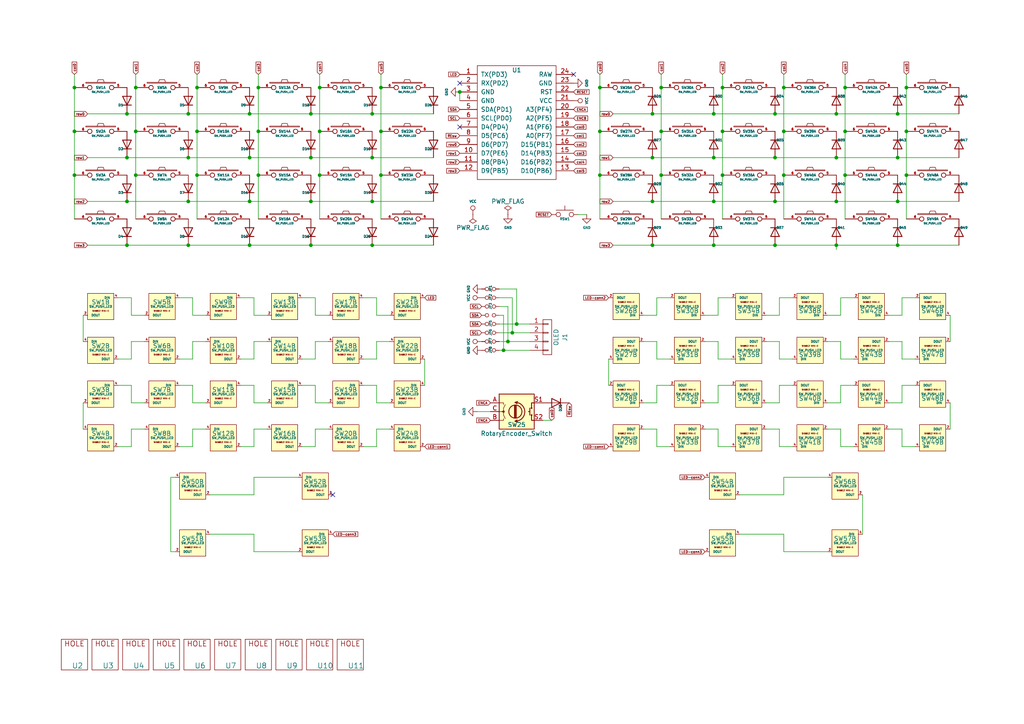
<source format=kicad_sch>
(kicad_sch (version 20211123) (generator eeschema)
  (paper "A4")
  (lib_symbols
    (symbol "3pinheader:HOLE-Lily58-cache" (pin_names (offset 1.016))
      (property "Reference" "U" (at 0 0 0))
      (property "Value" "HOLE-Lily58-cache" (at 0 -5.08 0))
      (symbol "HOLE-Lily58-cache_0_0"
        (text "HOLE" (at 0 3.81 0) (effects (font (size 1.524 1.524))))
      )
    )
    (symbol "Device:RotaryEncoder_Switch" (pin_names (offset 0.254) hide)
      (property "Reference" "SW" (at 0 6.604 0))
      (property "Value" "RotaryEncoder_Switch" (at 0 -6.604 0))
      (symbol "RotaryEncoder_Switch_1_1"
        (pin passive line (at -7.62 2.54 0) (length 2.54) (name "A") (number "A"))
        (pin passive line (at -7.62 -2.54 0) (length 2.54) (name "B") (number "B"))
        (pin passive line (at -7.62 0 0) (length 2.54) (name "C") (number "C"))
        (pin passive line (at 7.62 2.54 180) (length 2.54) (name "S1") (number "S1"))
        (pin passive line (at 7.62 -2.54 180) (length 2.54) (name "S2") (number "S2"))
      )
    )
    (symbol "Diode:1N4148" (pin_numbers hide) (pin_names hide)
      (property "Reference" "D" (at 0 2.54 0))
      (property "Value" "1N4148" (at 0 -2.54 0))
      (symbol "1N4148_1_1"
        (pin passive line (at -3.81 0 0) (length 2.54) (name "K") (number "1"))
        (pin passive line (at 3.81 0 180) (length 2.54) (name "A") (number "2"))
      )
    )
    (symbol "MJ_4PP_9:OLED-Lily58-cache" (pin_names (offset 1.016) hide)
      (property "Reference" "J" (at 0 6.35 0))
      (property "Value" "OLED-Lily58-cache" (at 2.54 0 90))
      (symbol "OLED-Lily58-cache_1_1"
        (pin passive line (at -5.08 3.81 0) (length 3.81) (name "P1") (number "1"))
        (pin passive line (at -5.08 1.27 0) (length 3.81) (name "P2") (number "2"))
        (pin passive line (at -5.08 -1.27 0) (length 3.81) (name "P3") (number "3"))
        (pin passive line (at -5.08 -3.81 0) (length 3.81) (name "P4") (number "4"))
      )
    )
    (symbol "MJ_4PP_9:PWR_FLAG-Lily58-cache" (power) (pin_numbers hide) (pin_names (offset 0) hide)
      (property "Value" "PWR_FLAG" (at 0 3.81 0))
      (symbol "PWR_FLAG-Lily58-cache_0_0"
        (pin power_out line (at 0 0 90) (length 0) (name "pwr") (number "1"))
      )
    )
    (symbol "MJ_4PP_9:ProMicro_2-Lily58-cache" (pin_names (offset 1.016))
      (property "Reference" "U" (at 0 17.78 0))
      (property "Value" "ProMicro_2-Lily58-cache" (at 0 -17.78 0))
      (symbol "ProMicro_2-Lily58-cache_1_1"
        (pin input line (at -16.51 13.97 0) (length 5.08) (name "TX(PD3)") (number "1"))
        (pin input line (at -16.51 -8.89 0) (length 5.08) (name "D7(PE6)") (number "10"))
        (pin input line (at -16.51 -11.43 0) (length 5.08) (name "D8(PB4)") (number "11"))
        (pin input line (at -16.51 -13.97 0) (length 5.08) (name "D9(PB5)") (number "12"))
        (pin input line (at 16.51 -13.97 180) (length 5.08) (name "D10(PB6)") (number "13"))
        (pin input line (at 16.51 -11.43 180) (length 5.08) (name "D16(PB2)") (number "14"))
        (pin input line (at 16.51 -8.89 180) (length 5.08) (name "D14(PB3)") (number "15"))
        (pin input line (at 16.51 -6.35 180) (length 5.08) (name "D15(PB1)") (number "16"))
        (pin input line (at 16.51 -3.81 180) (length 5.08) (name "A0(PF7)") (number "17"))
        (pin input line (at 16.51 -1.27 180) (length 5.08) (name "A1(PF6)") (number "18"))
        (pin input line (at 16.51 1.27 180) (length 5.08) (name "A2(PF5)") (number "19"))
        (pin input line (at -16.51 11.43 0) (length 5.08) (name "RX(PD2)") (number "2"))
        (pin input line (at 16.51 3.81 180) (length 5.08) (name "A3(PF4)") (number "20"))
        (pin input line (at 16.51 6.35 180) (length 5.08) (name "VCC") (number "21"))
        (pin input line (at 16.51 8.89 180) (length 5.08) (name "RST") (number "22"))
        (pin input line (at 16.51 11.43 180) (length 5.08) (name "GND") (number "23"))
        (pin input line (at 16.51 13.97 180) (length 5.08) (name "RAW") (number "24"))
        (pin input line (at -16.51 8.89 0) (length 5.08) (name "GND") (number "3"))
        (pin input line (at -16.51 6.35 0) (length 5.08) (name "GND") (number "4"))
        (pin input line (at -16.51 3.81 0) (length 5.08) (name "SDA(PD1)") (number "5"))
        (pin input line (at -16.51 1.27 0) (length 5.08) (name "SCL(PD0)") (number "6"))
        (pin input line (at -16.51 -1.27 0) (length 5.08) (name "D4(PD4)") (number "7"))
        (pin input line (at -16.51 -3.81 0) (length 5.08) (name "D5(PC6)") (number "8"))
        (pin input line (at -16.51 -6.35 0) (length 5.08) (name "D6(PD7)") (number "9"))
      )
    )
    (symbol "MJ_4PP_9:SW_RST-Lily58-cache" (pin_numbers hide) (pin_names (offset 1.016) hide)
      (property "Reference" "RSW" (at 2.54 2.54 0))
      (property "Value" "SW_RST-Lily58-cache" (at 0 -2.54 0))
      (symbol "SW_RST-Lily58-cache_0_1"
        (pin passive inverted (at -3.81 0 0) (length 2.54) (name "1") (number "1"))
        (pin passive inverted (at 3.81 0 180) (length 2.54) (name "2") (number "2"))
      )
    )
    (symbol "MJ_4PP_9:VCC-power" (power) (pin_names (offset 0))
      (property "Value" "VCC" (at 0 -3.81 0))
      (symbol "VCC-power_1_1"
        (pin power_in line (at 0 0 90) (length 0) hide (name "VCC") (number "1"))
      )
    )
    (symbol "SW_PUSH_LED_1" (pin_names (offset 1.016))
      (property "Reference" "SW?" (at 0 1.27 0))
      (property "Value" "SW_PUSH_LED_1" (at 0 0 0))
      (symbol "SW_PUSH_LED_1_1_1"
        (pin passive inverted (at 7.62 0 180) (length 5.08) (name "~") (number "5"))
        (pin passive inverted (at -7.62 0 0) (length 5.08) (name "~") (number "6"))
      )
      (symbol "SW_PUSH_LED_1_2_0"
        (text "SK6812 MINI-E" (at 0 -1.27 0) (effects (font (size 0.4064 0.4064))))
      )
      (symbol "SW_PUSH_LED_1_2_1"
        (pin power_in line (at -5.08 2.54 0) (length 1.27) hide (name "VCC") (number "1"))
        (pin output line (at -5.08 -2.54 0) (length 1.27) (name "DOUT") (number "2"))
        (pin power_in line (at 5.08 -2.54 180) (length 1.27) hide (name "GND") (number "3"))
        (pin input line (at 5.08 2.54 180) (length 1.27) (name "DIN") (number "4"))
      )
    )
    (symbol "pin_use_oled:Jumper_NO_Small-Device" (pin_numbers hide) (pin_names (offset 0.762) hide)
      (property "Reference" "JP" (at 0 2.032 0))
      (property "Value" "Jumper_NO_Small-Device" (at 0.254 -1.524 0))
      (symbol "Jumper_NO_Small-Device_0_1"
        (pin passive line (at -2.54 0 0) (length 1.016) (name "1") (number "1"))
        (pin passive line (at 2.54 0 180) (length 1.016) (name "2") (number "2"))
      )
    )
    (symbol "power:GND" (power) (pin_names (offset 0))
      (property "Value" "GND" (at 0 -3.81 0))
      (symbol "GND_1_1"
        (pin power_in line (at 0 0 270) (length 0) hide (name "GND") (number "1"))
      )
    )
    (symbol "sofle_footprint:SW_PUSH_LED" (pin_names (offset 1.016))
      (property "Reference" "SW?" (at 0 0 0))
      (property "Value" "SW_PUSH_LED" (at 0 -5.08 0))
      (symbol "SW_PUSH_LED_1_1"
        (pin passive inverted (at 7.62 0 180) (length 5.08) (name "~") (number "5"))
        (pin passive inverted (at -7.62 0 0) (length 5.08) (name "~") (number "6"))
      )
      (symbol "SW_PUSH_LED_2_0"
        (text "SK6812 MINI-E" (at 0 -1.27 0) (effects (font (size 0.4064 0.4064))))
      )
      (symbol "SW_PUSH_LED_2_1"
        (pin power_in line (at -5.08 2.54 0) (length 1.27) hide (name "VDD") (number "1"))
        (pin output line (at -5.08 -2.54 0) (length 1.27) (name "DOUT") (number "2"))
        (pin power_in line (at 5.08 -2.54 180) (length 1.27) hide (name "GND") (number "3"))
        (pin input line (at 5.08 2.54 180) (length 1.27) (name "DIN") (number "4"))
      )
    )
  )
  (junction (at 149.86 93.98))
  (junction (at 209.55 38.1))
  (junction (at 74.93 38.1))
  (junction (at 207.01 71.12))
  (junction (at 262.89 38.1))
  (junction (at 189.23 58.42))
  (junction (at 39.37 25.4))
  (junction (at 227.33 38.1))
  (junction (at 72.39 33.02))
  (junction (at 207.01 33.02))
  (junction (at 227.33 25.4))
  (junction (at 191.77 50.8))
  (junction (at 242.57 58.42))
  (junction (at 36.83 33.02))
  (junction (at 39.37 50.8))
  (junction (at 110.49 25.4))
  (junction (at 148.59 96.52))
  (junction (at 54.61 33.02))
  (junction (at 227.33 50.8))
  (junction (at 36.83 58.42))
  (junction (at 107.95 58.42))
  (junction (at 74.93 25.4))
  (junction (at 191.77 25.4))
  (junction (at 57.15 25.4))
  (junction (at 107.95 33.02))
  (junction (at 133.35 26.67))
  (junction (at 54.61 45.72))
  (junction (at 92.71 50.8))
  (junction (at 110.49 50.8))
  (junction (at 92.71 25.4))
  (junction (at 224.79 58.42))
  (junction (at 209.55 50.8))
  (junction (at 92.71 38.1))
  (junction (at 90.17 71.12))
  (junction (at 260.35 45.72))
  (junction (at 189.23 33.02))
  (junction (at 207.01 58.42))
  (junction (at 72.39 71.12))
  (junction (at 262.89 50.8))
  (junction (at 224.79 45.72))
  (junction (at 224.79 33.02))
  (junction (at 260.35 71.12))
  (junction (at 262.89 25.4))
  (junction (at 189.23 71.12))
  (junction (at 21.59 50.8))
  (junction (at 173.99 50.8))
  (junction (at 72.39 58.42))
  (junction (at 36.83 71.12))
  (junction (at 260.35 33.02))
  (junction (at 173.99 38.1))
  (junction (at 74.93 50.8))
  (junction (at 90.17 33.02))
  (junction (at 54.61 71.12))
  (junction (at 146.05 101.6))
  (junction (at 36.83 45.72))
  (junction (at 245.11 38.1))
  (junction (at 21.59 25.4))
  (junction (at 260.35 58.42))
  (junction (at 72.39 45.72))
  (junction (at 110.49 38.1))
  (junction (at 57.15 38.1))
  (junction (at 207.01 45.72))
  (junction (at 39.37 38.1))
  (junction (at 90.17 45.72))
  (junction (at 191.77 38.1))
  (junction (at 107.95 71.12))
  (junction (at 224.79 71.12))
  (junction (at 90.17 58.42))
  (junction (at 245.11 25.4))
  (junction (at 147.32 99.06))
  (junction (at 189.23 45.72))
  (junction (at 21.59 38.1))
  (junction (at 209.55 25.4))
  (junction (at 242.57 45.72))
  (junction (at 242.57 71.12))
  (junction (at 173.99 25.4))
  (junction (at 54.61 58.42))
  (junction (at 245.11 50.8))
  (junction (at 242.57 33.02))
  (junction (at 107.95 45.72))
  (junction (at 57.15 50.8))
  (no_connect (at 166.37 21.59))
  (no_connect (at 96.52 143.51))
  (no_connect (at 133.35 36.83))
  (no_connect (at 133.35 24.13))
  (wire (pts (xy 38.1 104.14) (xy 34.29 104.14)))
  (wire (pts (xy 204.47 116.84) (xy 208.28 116.84)))
  (wire (pts (xy 146.05 91.44) (xy 146.05 101.6)))
  (wire (pts (xy 73.66 124.46) (xy 73.66 129.54)))
  (wire (pts (xy 157.48 121.92) (xy 160.02 121.92)))
  (wire (pts (xy 73.66 129.54) (xy 69.85 129.54)))
  (wire (pts (xy 226.06 86.36) (xy 229.87 86.36)))
  (wire (pts (xy 57.15 21.59) (xy 57.15 25.4)))
  (wire (pts (xy 144.78 88.9) (xy 147.32 88.9)))
  (wire (pts (xy 74.93 21.59) (xy 74.93 25.4)))
  (wire (pts (xy 73.66 91.44) (xy 77.47 91.44)))
  (wire (pts (xy 190.5 111.76) (xy 194.31 111.76)))
  (wire (pts (xy 226.06 129.54) (xy 226.06 124.46)))
  (wire (pts (xy 190.5 116.84) (xy 190.5 111.76)))
  (wire (pts (xy 229.87 129.54) (xy 226.06 129.54)))
  (wire (pts (xy 208.28 91.44) (xy 208.28 86.36)))
  (wire (pts (xy 91.44 129.54) (xy 87.63 129.54)))
  (wire (pts (xy 54.61 45.72) (xy 72.39 45.72)))
  (wire (pts (xy 21.59 25.4) (xy 21.59 38.1)))
  (wire (pts (xy 173.99 38.1) (xy 173.99 50.8)))
  (wire (pts (xy 173.99 21.59) (xy 173.99 25.4)))
  (wire (pts (xy 91.44 91.44) (xy 95.25 91.44)))
  (wire (pts (xy 261.62 129.54) (xy 261.62 124.46)))
  (wire (pts (xy 208.28 99.06) (xy 204.47 99.06)))
  (wire (pts (xy 52.07 111.76) (xy 55.88 111.76)))
  (wire (pts (xy 73.66 111.76) (xy 73.66 116.84)))
  (wire (pts (xy 90.17 33.02) (xy 107.95 33.02)))
  (wire (pts (xy 227.33 138.43) (xy 227.33 143.51)))
  (wire (pts (xy 24.13 116.84) (xy 24.13 124.46)))
  (wire (pts (xy 25.4 71.12) (xy 36.83 71.12)))
  (wire (pts (xy 49.53 138.43) (xy 49.53 160.02)))
  (wire (pts (xy 261.62 104.14) (xy 261.62 99.06)))
  (wire (pts (xy 275.59 91.44) (xy 275.59 99.06)))
  (wire (pts (xy 212.09 104.14) (xy 208.28 104.14)))
  (wire (pts (xy 73.66 99.06) (xy 73.66 104.14)))
  (wire (pts (xy 173.99 50.8) (xy 173.99 63.5)))
  (wire (pts (xy 209.55 21.59) (xy 209.55 25.4)))
  (wire (pts (xy 95.25 124.46) (xy 91.44 124.46)))
  (wire (pts (xy 50.8 138.43) (xy 49.53 138.43)))
  (wire (pts (xy 105.41 86.36) (xy 109.22 86.36)))
  (wire (pts (xy 260.35 71.12) (xy 278.13 71.12)))
  (wire (pts (xy 214.63 154.94) (xy 227.33 154.94)))
  (wire (pts (xy 55.88 86.36) (xy 55.88 91.44)))
  (wire (pts (xy 91.44 86.36) (xy 91.44 91.44)))
  (wire (pts (xy 69.85 86.36) (xy 73.66 86.36)))
  (wire (pts (xy 107.95 33.02) (xy 125.73 33.02)))
  (wire (pts (xy 209.55 25.4) (xy 209.55 38.1)))
  (wire (pts (xy 55.88 91.44) (xy 59.69 91.44)))
  (wire (pts (xy 229.87 104.14) (xy 226.06 104.14)))
  (wire (pts (xy 60.96 154.94) (xy 73.66 154.94)))
  (wire (pts (xy 149.86 93.98) (xy 153.67 93.98)))
  (wire (pts (xy 257.81 91.44) (xy 261.62 91.44)))
  (wire (pts (xy 55.88 104.14) (xy 52.07 104.14)))
  (wire (pts (xy 110.49 50.8) (xy 110.49 63.5)))
  (wire (pts (xy 38.1 124.46) (xy 38.1 129.54)))
  (wire (pts (xy 173.99 25.4) (xy 173.99 38.1)))
  (wire (pts (xy 176.53 104.14) (xy 176.53 111.76)))
  (wire (pts (xy 55.88 116.84) (xy 59.69 116.84)))
  (wire (pts (xy 245.11 25.4) (xy 245.11 38.1)))
  (wire (pts (xy 39.37 38.1) (xy 39.37 50.8)))
  (wire (pts (xy 55.88 129.54) (xy 52.07 129.54)))
  (wire (pts (xy 91.44 124.46) (xy 91.44 129.54)))
  (wire (pts (xy 39.37 21.59) (xy 39.37 25.4)))
  (wire (pts (xy 243.84 99.06) (xy 240.03 99.06)))
  (wire (pts (xy 36.83 33.02) (xy 54.61 33.02)))
  (wire (pts (xy 144.78 99.06) (xy 147.32 99.06)))
  (wire (pts (xy 190.5 129.54) (xy 190.5 124.46)))
  (wire (pts (xy 227.33 160.02) (xy 227.33 154.94)))
  (wire (pts (xy 191.77 50.8) (xy 191.77 63.5)))
  (wire (pts (xy 226.06 116.84) (xy 226.06 111.76)))
  (wire (pts (xy 73.66 160.02) (xy 86.36 160.02)))
  (wire (pts (xy 261.62 124.46) (xy 257.81 124.46)))
  (wire (pts (xy 73.66 154.94) (xy 73.66 160.02)))
  (wire (pts (xy 109.22 116.84) (xy 113.03 116.84)))
  (wire (pts (xy 227.33 25.4) (xy 227.33 38.1)))
  (wire (pts (xy 177.8 33.02) (xy 189.23 33.02)))
  (wire (pts (xy 110.49 21.59) (xy 110.49 25.4)))
  (wire (pts (xy 90.17 71.12) (xy 107.95 71.12)))
  (wire (pts (xy 38.1 116.84) (xy 41.91 116.84)))
  (wire (pts (xy 34.29 111.76) (xy 38.1 111.76)))
  (wire (pts (xy 57.15 38.1) (xy 57.15 50.8)))
  (wire (pts (xy 186.69 116.84) (xy 190.5 116.84)))
  (wire (pts (xy 226.06 124.46) (xy 222.25 124.46)))
  (wire (pts (xy 242.57 71.12) (xy 242.57 72.39)))
  (wire (pts (xy 110.49 38.1) (xy 110.49 50.8)))
  (wire (pts (xy 227.33 143.51) (xy 214.63 143.51)))
  (wire (pts (xy 38.1 91.44) (xy 41.91 91.44)))
  (wire (pts (xy 54.61 58.42) (xy 72.39 58.42)))
  (wire (pts (xy 77.47 124.46) (xy 73.66 124.46)))
  (wire (pts (xy 250.19 143.51) (xy 250.19 154.94)))
  (wire (pts (xy 39.37 50.8) (xy 39.37 63.5)))
  (wire (pts (xy 109.22 86.36) (xy 109.22 91.44)))
  (wire (pts (xy 209.55 38.1) (xy 209.55 50.8)))
  (wire (pts (xy 133.35 26.67) (xy 133.35 29.21)))
  (wire (pts (xy 170.18 62.23) (xy 167.64 62.23)))
  (wire (pts (xy 73.66 86.36) (xy 73.66 91.44)))
  (wire (pts (xy 60.96 143.51) (xy 73.66 143.51)))
  (wire (pts (xy 212.09 129.54) (xy 208.28 129.54)))
  (wire (pts (xy 177.8 71.12) (xy 189.23 71.12)))
  (wire (pts (xy 87.63 111.76) (xy 91.44 111.76)))
  (wire (pts (xy 52.07 86.36) (xy 55.88 86.36)))
  (wire (pts (xy 227.33 50.8) (xy 227.33 63.5)))
  (wire (pts (xy 191.77 38.1) (xy 191.77 50.8)))
  (wire (pts (xy 226.06 111.76) (xy 229.87 111.76)))
  (wire (pts (xy 194.31 104.14) (xy 190.5 104.14)))
  (wire (pts (xy 144.78 86.36) (xy 148.59 86.36)))
  (wire (pts (xy 242.57 33.02) (xy 260.35 33.02)))
  (wire (pts (xy 90.17 58.42) (xy 107.95 58.42)))
  (wire (pts (xy 54.61 71.12) (xy 72.39 71.12)))
  (wire (pts (xy 110.49 25.4) (xy 110.49 38.1)))
  (wire (pts (xy 144.78 93.98) (xy 149.86 93.98)))
  (wire (pts (xy 224.79 45.72) (xy 242.57 45.72)))
  (wire (pts (xy 90.17 45.72) (xy 107.95 45.72)))
  (wire (pts (xy 257.81 116.84) (xy 261.62 116.84)))
  (wire (pts (xy 55.88 99.06) (xy 55.88 104.14)))
  (wire (pts (xy 189.23 71.12) (xy 207.01 71.12)))
  (wire (pts (xy 194.31 129.54) (xy 190.5 129.54)))
  (wire (pts (xy 243.84 91.44) (xy 243.84 86.36)))
  (wire (pts (xy 261.62 91.44) (xy 261.62 86.36)))
  (wire (pts (xy 57.15 50.8) (xy 57.15 63.5)))
  (wire (pts (xy 260.35 33.02) (xy 278.13 33.02)))
  (wire (pts (xy 186.69 91.44) (xy 190.5 91.44)))
  (wire (pts (xy 36.83 58.42) (xy 54.61 58.42)))
  (wire (pts (xy 25.4 33.02) (xy 36.83 33.02)))
  (wire (pts (xy 208.28 124.46) (xy 204.47 124.46)))
  (wire (pts (xy 207.01 45.72) (xy 224.79 45.72)))
  (wire (pts (xy 191.77 25.4) (xy 191.77 38.1)))
  (wire (pts (xy 265.43 104.14) (xy 261.62 104.14)))
  (wire (pts (xy 77.47 99.06) (xy 73.66 99.06)))
  (wire (pts (xy 190.5 124.46) (xy 186.69 124.46)))
  (wire (pts (xy 109.22 91.44) (xy 113.03 91.44)))
  (wire (pts (xy 107.95 45.72) (xy 125.73 45.72)))
  (wire (pts (xy 189.23 33.02) (xy 207.01 33.02)))
  (wire (pts (xy 36.83 45.72) (xy 54.61 45.72)))
  (wire (pts (xy 190.5 104.14) (xy 190.5 99.06)))
  (wire (pts (xy 55.88 124.46) (xy 55.88 129.54)))
  (wire (pts (xy 262.89 21.59) (xy 262.89 25.4)))
  (wire (pts (xy 144.78 83.82) (xy 149.86 83.82)))
  (wire (pts (xy 260.35 45.72) (xy 278.13 45.72)))
  (wire (pts (xy 146.05 101.6) (xy 153.67 101.6)))
  (wire (pts (xy 275.59 124.46) (xy 275.59 116.84)))
  (wire (pts (xy 190.5 86.36) (xy 194.31 86.36)))
  (wire (pts (xy 92.71 21.59) (xy 92.71 25.4)))
  (wire (pts (xy 41.91 99.06) (xy 38.1 99.06)))
  (wire (pts (xy 92.71 25.4) (xy 92.71 38.1)))
  (wire (pts (xy 92.71 38.1) (xy 92.71 50.8)))
  (wire (pts (xy 222.25 91.44) (xy 226.06 91.44)))
  (wire (pts (xy 227.33 21.59) (xy 227.33 25.4)))
  (wire (pts (xy 240.03 91.44) (xy 243.84 91.44)))
  (wire (pts (xy 39.37 25.4) (xy 39.37 38.1)))
  (wire (pts (xy 208.28 116.84) (xy 208.28 111.76)))
  (wire (pts (xy 209.55 50.8) (xy 209.55 63.5)))
  (wire (pts (xy 243.84 116.84) (xy 243.84 111.76)))
  (wire (pts (xy 38.1 99.06) (xy 38.1 104.14)))
  (wire (pts (xy 57.15 25.4) (xy 57.15 38.1)))
  (wire (pts (xy 109.22 124.46) (xy 109.22 129.54)))
  (wire (pts (xy 222.25 116.84) (xy 226.06 116.84)))
  (wire (pts (xy 55.88 111.76) (xy 55.88 116.84)))
  (wire (pts (xy 247.65 129.54) (xy 243.84 129.54)))
  (wire (pts (xy 95.25 99.06) (xy 91.44 99.06)))
  (wire (pts (xy 262.89 25.4) (xy 262.89 38.1)))
  (wire (pts (xy 73.66 116.84) (xy 77.47 116.84)))
  (wire (pts (xy 147.32 99.06) (xy 153.67 99.06)))
  (wire (pts (xy 226.06 104.14) (xy 226.06 99.06)))
  (wire (pts (xy 242.57 45.72) (xy 260.35 45.72)))
  (wire (pts (xy 49.53 160.02) (xy 50.8 160.02)))
  (wire (pts (xy 73.66 143.51) (xy 73.66 138.43)))
  (wire (pts (xy 245.11 50.8) (xy 245.11 63.5)))
  (wire (pts (xy 24.13 91.44) (xy 24.13 99.06)))
  (wire (pts (xy 207.01 71.12) (xy 224.79 71.12)))
  (wire (pts (xy 262.89 50.8) (xy 262.89 63.5)))
  (wire (pts (xy 109.22 99.06) (xy 109.22 104.14)))
  (wire (pts (xy 72.39 45.72) (xy 90.17 45.72)))
  (wire (pts (xy 59.69 99.06) (xy 55.88 99.06)))
  (wire (pts (xy 87.63 86.36) (xy 91.44 86.36)))
  (wire (pts (xy 73.66 138.43) (xy 86.36 138.43)))
  (wire (pts (xy 242.57 71.12) (xy 260.35 71.12)))
  (wire (pts (xy 208.28 111.76) (xy 212.09 111.76)))
  (wire (pts (xy 204.47 91.44) (xy 208.28 91.44)))
  (wire (pts (xy 41.91 124.46) (xy 38.1 124.46)))
  (wire (pts (xy 226.06 91.44) (xy 226.06 86.36)))
  (wire (pts (xy 91.44 104.14) (xy 87.63 104.14)))
  (wire (pts (xy 69.85 111.76) (xy 73.66 111.76)))
  (wire (pts (xy 207.01 33.02) (xy 224.79 33.02)))
  (wire (pts (xy 138.43 119.38) (xy 142.24 119.38)))
  (wire (pts (xy 36.83 71.12) (xy 54.61 71.12)))
  (wire (pts (xy 109.22 111.76) (xy 109.22 116.84)))
  (wire (pts (xy 144.78 101.6) (xy 146.05 101.6)))
  (wire (pts (xy 243.84 124.46) (xy 240.03 124.46)))
  (wire (pts (xy 92.71 50.8) (xy 92.71 63.5)))
  (wire (pts (xy 34.29 86.36) (xy 38.1 86.36)))
  (wire (pts (xy 265.43 129.54) (xy 261.62 129.54)))
  (wire (pts (xy 189.23 45.72) (xy 207.01 45.72)))
  (wire (pts (xy 177.8 45.72) (xy 189.23 45.72)))
  (wire (pts (xy 190.5 91.44) (xy 190.5 86.36)))
  (wire (pts (xy 190.5 99.06) (xy 186.69 99.06)))
  (wire (pts (xy 149.86 83.82) (xy 149.86 93.98)))
  (wire (pts (xy 72.39 33.02) (xy 90.17 33.02)))
  (wire (pts (xy 148.59 86.36) (xy 148.59 96.52)))
  (wire (pts (xy 74.93 25.4) (xy 74.93 38.1)))
  (wire (pts (xy 72.39 71.12) (xy 90.17 71.12)))
  (wire (pts (xy 177.8 58.42) (xy 189.23 58.42)))
  (wire (pts (xy 73.66 104.14) (xy 69.85 104.14)))
  (wire (pts (xy 224.79 71.12) (xy 242.57 71.12)))
  (wire (pts (xy 109.22 129.54) (xy 105.41 129.54)))
  (wire (pts (xy 208.28 129.54) (xy 208.28 124.46)))
  (wire (pts (xy 107.95 58.42) (xy 125.73 58.42)))
  (wire (pts (xy 147.32 88.9) (xy 147.32 99.06)))
  (wire (pts (xy 262.89 38.1) (xy 262.89 50.8)))
  (wire (pts (xy 54.61 33.02) (xy 72.39 33.02)))
  (wire (pts (xy 72.39 58.42) (xy 90.17 58.42)))
  (wire (pts (xy 25.4 58.42) (xy 36.83 58.42)))
  (wire (pts (xy 224.79 58.42) (xy 242.57 58.42)))
  (wire (pts (xy 38.1 111.76) (xy 38.1 116.84)))
  (wire (pts (xy 21.59 38.1) (xy 21.59 50.8)))
  (wire (pts (xy 208.28 104.14) (xy 208.28 99.06)))
  (wire (pts (xy 189.23 58.42) (xy 207.01 58.42)))
  (wire (pts (xy 59.69 124.46) (xy 55.88 124.46)))
  (wire (pts (xy 38.1 86.36) (xy 38.1 91.44)))
  (wire (pts (xy 21.59 50.8) (xy 21.59 63.5)))
  (wire (pts (xy 261.62 116.84) (xy 261.62 111.76)))
  (wire (pts (xy 74.93 38.1) (xy 74.93 50.8)))
  (wire (pts (xy 105.41 111.76) (xy 109.22 111.76)))
  (wire (pts (xy 113.03 99.06) (xy 109.22 99.06)))
  (wire (pts (xy 240.03 138.43) (xy 227.33 138.43)))
  (wire (pts (xy 38.1 129.54) (xy 34.29 129.54)))
  (wire (pts (xy 245.11 38.1) (xy 245.11 50.8)))
  (wire (pts (xy 261.62 99.06) (xy 257.81 99.06)))
  (wire (pts (xy 243.84 104.14) (xy 243.84 99.06)))
  (wire (pts (xy 91.44 116.84) (xy 95.25 116.84)))
  (wire (pts (xy 74.93 50.8) (xy 74.93 63.5)))
  (wire (pts (xy 243.84 86.36) (xy 247.65 86.36)))
  (wire (pts (xy 208.28 86.36) (xy 212.09 86.36)))
  (wire (pts (xy 242.57 58.42) (xy 260.35 58.42)))
  (wire (pts (xy 109.22 104.14) (xy 105.41 104.14)))
  (wire (pts (xy 21.59 21.59) (xy 21.59 25.4)))
  (wire (pts (xy 227.33 38.1) (xy 227.33 50.8)))
  (wire (pts (xy 144.78 91.44) (xy 146.05 91.44)))
  (wire (pts (xy 224.79 33.02) (xy 242.57 33.02)))
  (wire (pts (xy 148.59 96.52) (xy 153.67 96.52)))
  (wire (pts (xy 144.78 96.52) (xy 148.59 96.52)))
  (wire (pts (xy 113.03 124.46) (xy 109.22 124.46)))
  (wire (pts (xy 245.11 21.59) (xy 245.11 25.4)))
  (wire (pts (xy 25.4 45.72) (xy 36.83 45.72)))
  (wire (pts (xy 243.84 111.76) (xy 247.65 111.76)))
  (wire (pts (xy 226.06 99.06) (xy 222.25 99.06)))
  (wire (pts (xy 247.65 104.14) (xy 243.84 104.14)))
  (wire (pts (xy 107.95 71.12) (xy 125.73 71.12)))
  (wire (pts (xy 227.33 160.02) (xy 240.03 160.02)))
  (wire (pts (xy 240.03 116.84) (xy 243.84 116.84)))
  (wire (pts (xy 91.44 111.76) (xy 91.44 116.84)))
  (wire (pts (xy 91.44 99.06) (xy 91.44 104.14)))
  (wire (pts (xy 191.77 21.59) (xy 191.77 25.4)))
  (wire (pts (xy 261.62 111.76) (xy 265.43 111.76)))
  (wire (pts (xy 261.62 86.36) (xy 265.43 86.36)))
  (wire (pts (xy 243.84 129.54) (xy 243.84 124.46)))
  (wire (pts (xy 260.35 58.42) (xy 278.13 58.42)))
  (wire (pts (xy 207.01 58.42) (xy 224.79 58.42)))
  (wire (pts (xy 123.19 104.14) (xy 123.19 111.76)))
  (global_label "ENCA" (shape input) (at 166.37 31.75 0) (effects (font (size 0.7 0.7))) (property "Intersheet References" "${INTERSHEET_REFS}" (effects hide)))
  (global_label "row2" (shape input) (at 133.35 46.99 180) (effects (font (size 0.7 0.7))) (property "Intersheet References" "${INTERSHEET_REFS}" (effects hide)))
  (global_label "LED-conn1" (shape input) (at 176.53 129.54 180) (effects (font (size 0.7 0.7))) (property "Intersheet References" "${INTERSHEET_REFS}" (effects hide)))
  (global_label "row1" (shape input) (at 177.8 45.72 180) (effects (font (size 0.7 0.7))) (property "Intersheet References" "${INTERSHEET_REFS}" (effects hide)))
  (global_label "col3" (shape input) (at 166.37 44.45 0) (effects (font (size 0.7 0.7))) (property "Intersheet References" "${INTERSHEET_REFS}" (effects hide)))
  (global_label "col0" (shape input) (at 173.99 21.59 90) (effects (font (size 0.7 0.7))) (property "Intersheet References" "${INTERSHEET_REFS}" (effects hide)))
  (global_label "row2" (shape input) (at 177.8 58.42 180) (effects (font (size 0.7 0.7))) (property "Intersheet References" "${INTERSHEET_REFS}" (effects hide)))
  (global_label "row2" (shape input) (at 25.4 58.42 180) (effects (font (size 0.7 0.7))) (property "Intersheet References" "${INTERSHEET_REFS}" (effects hide)))
  (global_label "SDA" (shape input) (at 139.7 93.98 180) (effects (font (size 0.7 0.7))) (property "Intersheet References" "${INTERSHEET_REFS}" (effects hide)))
  (global_label "row3" (shape input) (at 133.35 49.53 180) (effects (font (size 0.7 0.7))) (property "Intersheet References" "${INTERSHEET_REFS}" (effects hide)))
  (global_label "LED-conn3" (shape input) (at 204.47 160.02 180) (effects (font (size 0.7 0.7))) (property "Intersheet References" "${INTERSHEET_REFS}" (effects hide)))
  (global_label "SCL" (shape input) (at 133.35 34.29 180) (effects (font (size 0.7 0.7))) (property "Intersheet References" "${INTERSHEET_REFS}" (effects hide)))
  (global_label "LED-conn2" (shape input) (at 176.53 86.36 180) (effects (font (size 0.7 0.7))) (property "Intersheet References" "${INTERSHEET_REFS}" (effects hide)))
  (global_label "REsw" (shape input) (at 165.1 116.84 270) (effects (font (size 0.7 0.7))) (property "Intersheet References" "${INTERSHEET_REFS}" (effects hide)))
  (global_label "col2" (shape input) (at 166.37 41.91 0) (effects (font (size 0.7 0.7))) (property "Intersheet References" "${INTERSHEET_REFS}" (effects hide)))
  (global_label "row1" (shape input) (at 25.4 45.72 180) (effects (font (size 0.7 0.7))) (property "Intersheet References" "${INTERSHEET_REFS}" (effects hide)))
  (global_label "row3" (shape input) (at 177.8 71.12 180) (effects (font (size 0.7 0.7))) (property "Intersheet References" "${INTERSHEET_REFS}" (effects hide)))
  (global_label "col3" (shape input) (at 227.33 21.59 90) (effects (font (size 0.7 0.7))) (property "Intersheet References" "${INTERSHEET_REFS}" (effects hide)))
  (global_label "LED-conn2" (shape input) (at 204.47 138.43 180) (effects (font (size 0.7 0.7))) (property "Intersheet References" "${INTERSHEET_REFS}" (effects hide)))
  (global_label "RESET" (shape input) (at 160.02 62.23 180) (effects (font (size 0.7 0.7))) (property "Intersheet References" "${INTERSHEET_REFS}" (effects hide)))
  (global_label "RESET" (shape input) (at 166.37 26.67 0) (effects (font (size 0.7 0.7))) (property "Intersheet References" "${INTERSHEET_REFS}" (effects hide)))
  (global_label "col3" (shape input) (at 74.93 21.59 90) (effects (font (size 0.7 0.7))) (property "Intersheet References" "${INTERSHEET_REFS}" (effects hide)))
  (global_label "SDA" (shape input) (at 139.7 91.44 180) (effects (font (size 0.7 0.7))) (property "Intersheet References" "${INTERSHEET_REFS}" (effects hide)))
  (global_label "row0" (shape input) (at 177.8 33.02 180) (effects (font (size 0.7 0.7))) (property "Intersheet References" "${INTERSHEET_REFS}" (effects hide)))
  (global_label "row0" (shape input) (at 133.35 41.91 180) (effects (font (size 0.7 0.7))) (property "Intersheet References" "${INTERSHEET_REFS}" (effects hide)))
  (global_label "col4" (shape input) (at 245.11 21.59 90) (effects (font (size 0.7 0.7))) (property "Intersheet References" "${INTERSHEET_REFS}" (effects hide)))
  (global_label "LED-conn3" (shape input) (at 96.52 154.94 0) (effects (font (size 0.7 0.7))) (property "Intersheet References" "${INTERSHEET_REFS}" (effects hide)))
  (global_label "ENCA" (shape input) (at 142.24 121.92 180) (effects (font (size 0.7 0.7))) (property "Intersheet References" "${INTERSHEET_REFS}" (effects hide)))
  (global_label "row3" (shape input) (at 25.4 71.12 180) (effects (font (size 0.7 0.7))) (property "Intersheet References" "${INTERSHEET_REFS}" (effects hide)))
  (global_label "col1" (shape input) (at 191.77 21.59 90) (effects (font (size 0.7 0.7))) (property "Intersheet References" "${INTERSHEET_REFS}" (effects hide)))
  (global_label "col1" (shape input) (at 39.37 21.59 90) (effects (font (size 0.7 0.7))) (property "Intersheet References" "${INTERSHEET_REFS}" (effects hide)))
  (global_label "col2" (shape input) (at 57.15 21.59 90) (effects (font (size 0.7 0.7))) (property "Intersheet References" "${INTERSHEET_REFS}" (effects hide)))
  (global_label "col4" (shape input) (at 166.37 46.99 0) (effects (font (size 0.7 0.7))) (property "Intersheet References" "${INTERSHEET_REFS}" (effects hide)))
  (global_label "SDA" (shape input) (at 133.35 31.75 180) (effects (font (size 0.7 0.7))) (property "Intersheet References" "${INTERSHEET_REFS}" (effects hide)))
  (global_label "col1" (shape input) (at 166.37 39.37 0) (effects (font (size 0.7 0.7))) (property "Intersheet References" "${INTERSHEET_REFS}" (effects hide)))
  (global_label "col2" (shape input) (at 209.55 21.59 90) (effects (font (size 0.7 0.7))) (property "Intersheet References" "${INTERSHEET_REFS}" (effects hide)))
  (global_label "col5" (shape input) (at 262.89 21.59 90) (effects (font (size 0.7 0.7))) (property "Intersheet References" "${INTERSHEET_REFS}" (effects hide)))
  (global_label "LED-conn1" (shape input) (at 123.19 129.54 0) (effects (font (size 0.7 0.7))) (property "Intersheet References" "${INTERSHEET_REFS}" (effects hide)))
  (global_label "col0" (shape input) (at 166.37 36.83 0) (effects (font (size 0.7 0.7))) (property "Intersheet References" "${INTERSHEET_REFS}" (effects hide)))
  (global_label "col5" (shape input) (at 110.49 21.59 90) (effects (font (size 0.7 0.7))) (property "Intersheet References" "${INTERSHEET_REFS}" (effects hide)))
  (global_label "row1" (shape input) (at 133.35 44.45 180) (effects (font (size 0.7 0.7))) (property "Intersheet References" "${INTERSHEET_REFS}" (effects hide)))
  (global_label "ENCA" (shape input) (at 142.24 116.84 180) (effects (font (size 0.7 0.7))) (property "Intersheet References" "${INTERSHEET_REFS}" (effects hide)))
  (global_label "ENCB" (shape input) (at 166.37 34.29 0) (effects (font (size 0.7 0.7))) (property "Intersheet References" "${INTERSHEET_REFS}" (effects hide)))
  (global_label "col0" (shape input) (at 21.59 21.59 90) (effects (font (size 0.7 0.7))) (property "Intersheet References" "${INTERSHEET_REFS}" (effects hide)))
  (global_label "col0" (shape input) (at 160.02 121.92 90) (effects (font (size 0.7 0.7))) (property "Intersheet References" "${INTERSHEET_REFS}" (effects hide)))
  (global_label "REsw" (shape input) (at 133.35 39.37 180) (effects (font (size 0.7 0.7))) (property "Intersheet References" "${INTERSHEET_REFS}" (effects hide)))
  (global_label "col5" (shape input) (at 166.37 49.53 0) (effects (font (size 0.7 0.7))) (property "Intersheet References" "${INTERSHEET_REFS}" (effects hide)))
  (global_label "col4" (shape input) (at 92.71 21.59 90) (effects (font (size 0.7 0.7))) (property "Intersheet References" "${INTERSHEET_REFS}" (effects hide)))
  (global_label "row0" (shape input) (at 25.4 33.02 180) (effects (font (size 0.7 0.7))) (property "Intersheet References" "${INTERSHEET_REFS}" (effects hide)))
  (global_label "SCL" (shape input) (at 139.7 88.9 180) (effects (font (size 0.7 0.7))) (property "Intersheet References" "${INTERSHEET_REFS}" (effects hide)))
  (global_label "LED" (shape input) (at 123.19 86.36 0) (effects (font (size 0.7 0.7))) (property "Intersheet References" "${INTERSHEET_REFS}" (effects hide)))
  (global_label "SCL" (shape input) (at 139.7 96.52 180) (effects (font (size 0.7 0.7))) (property "Intersheet References" "${INTERSHEET_REFS}" (effects hide)))
  (global_label "LED" (shape input) (at 133.35 21.59 180) (effects (font (size 0.7 0.7))) (property "Intersheet References" "${INTERSHEET_REFS}" (effects hide)))
  (symbol (lib_id "Diode:1N4148") (at 207.01 54.61 270) (unit 1)
    (property "Reference" "D32" (at 209.55 53.34 90) (effects (font (size 0.7 0.7)) (justify right)))
    (property "Value" "1N4148" (effects hide))
    (property "Footprint" "Kb_part:1N4841_SMD" (effects hide))
    (property "Datasheet" "https://assets.nexperia.com/documents/data-sheet/1N4148_1N4448.pdf" (effects hide))
  )
  (symbol (lib_id "Diode:1N4148") (at 107.95 41.91 90) (unit 1)
    (property "Reference" "D18" (at 105.41 43.18 90) (effects (font (size 0.7 0.7)) (justify right)))
    (property "Value" "1N4148" (effects hide))
    (property "Footprint" "Kb_part:1N4841_SMD" (effects hide))
    (property "Datasheet" "https://assets.nexperia.com/documents/data-sheet/1N4148_1N4448.pdf" (effects hide))
  )
  (symbol (lib_id "Diode:1N4148") (at 107.95 67.31 90) (unit 1)
    (property "Reference" "D20" (at 105.41 68.58 90) (effects (font (size 0.7 0.7)) (justify right)))
    (property "Value" "1N4148" (effects hide))
    (property "Footprint" "Kb_part:1N4841_SMD" (effects hide))
    (property "Datasheet" "https://assets.nexperia.com/documents/data-sheet/1N4148_1N4448.pdf" (effects hide))
  )
  (symbol (lib_id "Diode:1N4148") (at 260.35 67.31 270) (unit 1)
    (property "Reference" "D45" (at 262.89 66.04 90) (effects (font (size 0.7 0.7)) (justify right)))
    (property "Value" "1N4148" (effects hide))
    (property "Footprint" "Kb_part:1N4841_SMD" (effects hide))
    (property "Datasheet" "https://assets.nexperia.com/documents/data-sheet/1N4148_1N4448.pdf" (effects hide))
  )
  (symbol (lib_id "sofle_footprint:SW_PUSH_LED") (at 234.95 63.5 0) (unit 1)
    (property "Reference" "SW41" (at 234.95 63.5 0) (effects (font (size 0.7 0.7))))
    (property "Value" "SW_PUSH_LED" (at 234.95 64.77 0) (effects (font (size 0.5 0.5))))
    (property "Footprint" "marbastlib-mx:MX-1U-Hotswap&LED" (effects hide))
  )
  (symbol (lib_id "MJ_4PP_9:VCC-power") (at 166.37 29.21 270) (unit 1)
    (property "Reference" "#PWR0108" (effects hide))
    (property "Value" "VCC" (at 170.18 29.21 0) (effects (font (size 0.7 0.7))))
  )
  (symbol (lib_id "sofle_footprint:SW_PUSH_LED") (at 217.17 63.5 0) (unit 1)
    (property "Reference" "SW37" (at 217.17 63.5 0) (effects (font (size 0.7 0.7))))
    (property "Value" "SW_PUSH_LED" (at 217.17 64.77 0) (effects (font (size 0.5 0.5))))
    (property "Footprint" "marbastlib-mx:MX-1U-Hotswap&LED" (effects hide))
  )
  (symbol (lib_id "sofle_footprint:SW_PUSH_LED") (at 64.77 63.5 0) (unit 1)
    (property "Reference" "SW12" (at 64.77 63.5 0) (effects (font (size 0.7 0.7))))
    (property "Value" "SW_PUSH_LED" (at 64.77 64.77 0) (effects (font (size 0.5 0.5))))
    (property "Footprint" "marbastlib-mx:MX-1U-Hotswap&LED" (effects hide))
  )
  (symbol (lib_id "sofle_footprint:SW_PUSH_LED") (at 252.73 63.5 0) (unit 1)
    (property "Reference" "SW45" (at 252.73 63.5 0) (effects (font (size 0.7 0.7))))
    (property "Value" "SW_PUSH_LED" (at 252.73 64.77 0) (effects (font (size 0.5 0.5))))
    (property "Footprint" "marbastlib-mx:MX-1U-Hotswap&LED" (effects hide))
  )
  (symbol (lib_name "SW_PUSH_LED_1") (lib_id "sofle_footprint:SW_PUSH_LED") (at 234.95 88.9 0) (mirror x) (unit 2)
    (property "Reference" "SW38" (at 234.95 90.17 0))
    (property "Value" "SW_PUSH_LED" (at 234.95 88.9 0) (effects (font (size 0.635 0.635))))
    (property "Footprint" "marbastlib-mx:MX-1U-Hotswap&LED" (effects hide))
  )
  (symbol (lib_id "MJ_4PP_9:ProMicro_2-Lily58-cache") (at 149.86 35.56 0) (unit 1)
    (property "Reference" "U1" (at 149.86 20.32 0))
    (property "Value" "ProMicro" (effects hide))
    (property "Footprint" "promicro:ProMicro_facedown" (effects hide))
  )
  (symbol (lib_id "pin_use_oled:Jumper_NO_Small-Device") (at 142.24 93.98 0) (mirror y) (unit 1)
    (property "Reference" "JP5" (at 142.24 94.869 90) (effects (font (size 0.7 0.7)) (justify left)))
    (property "Value" "Jumper" (effects hide))
    (property "Footprint" "Kb_part:Jumper" (effects hide))
  )
  (symbol (lib_name "SW_PUSH_LED_1") (lib_id "sofle_footprint:SW_PUSH_LED") (at 217.17 88.9 0) (mirror x) (unit 2)
    (property "Reference" "SW34" (at 217.17 90.17 0))
    (property "Value" "SW_PUSH_LED" (at 217.17 88.9 0) (effects (font (size 0.635 0.635))))
    (property "Footprint" "marbastlib-mx:MX-1U-Hotswap&LED" (effects hide))
  )
  (symbol (lib_id "sofle_footprint:SW_PUSH_LED") (at 217.17 25.4 0) (unit 1)
    (property "Reference" "SW34" (at 217.17 25.4 0) (effects (font (size 0.7 0.7))))
    (property "Value" "SW_PUSH_LED" (at 217.17 26.67 0) (effects (font (size 0.5 0.5))))
    (property "Footprint" "marbastlib-mx:MX-1U-Hotswap&LED" (effects hide))
  )
  (symbol (lib_name "SW_PUSH_LED_1") (lib_id "sofle_footprint:SW_PUSH_LED") (at 252.73 127 180) (unit 2)
    (property "Reference" "SW45" (at 252.73 128.27 0))
    (property "Value" "SW_PUSH_LED" (at 252.73 127 0) (effects (font (size 0.635 0.635))))
    (property "Footprint" "marbastlib-mx:MX-1U-Hotswap&LED" (effects hide))
  )
  (symbol (lib_name "SW_PUSH_LED_1") (lib_id "sofle_footprint:SW_PUSH_LED") (at 100.33 114.3 0) (unit 2)
    (property "Reference" "SW19" (at 100.33 113.03 0))
    (property "Value" "SW_PUSH_LED" (at 100.33 114.3 0) (effects (font (size 0.635 0.635))))
    (property "Footprint" "marbastlib-mx:MX-1U-Hotswap&LED" (effects hide))
  )
  (symbol (lib_id "Diode:1N4148") (at 189.23 67.31 270) (unit 1)
    (property "Reference" "D29" (at 191.77 66.04 90) (effects (font (size 0.7 0.7)) (justify right)))
    (property "Value" "1N4148" (effects hide))
    (property "Footprint" "Kb_part:1N4841_SMD" (effects hide))
    (property "Datasheet" "https://assets.nexperia.com/documents/data-sheet/1N4148_1N4448.pdf" (effects hide))
  )
  (symbol (lib_id "pin_use_oled:Jumper_NO_Small-Device") (at 142.24 101.6 0) (mirror y) (unit 1)
    (property "Reference" "JP8" (at 142.24 102.489 90) (effects (font (size 0.7 0.7)) (justify left)))
    (property "Value" "Jumper" (effects hide))
    (property "Footprint" "Kb_part:Jumper" (effects hide))
  )
  (symbol (lib_name "SW_PUSH_LED_1") (lib_id "sofle_footprint:SW_PUSH_LED") (at 46.99 127 0) (mirror y) (unit 2)
    (property "Reference" "SW8" (at 46.99 125.73 0))
    (property "Value" "SW_PUSH_LED" (at 46.99 127 0) (effects (font (size 0.635 0.635))))
    (property "Footprint" "marbastlib-mx:MX-1U-Hotswap&LED" (effects hide))
  )
  (symbol (lib_name "SW_PUSH_LED_1") (lib_id "sofle_footprint:SW_PUSH_LED") (at 100.33 101.6 0) (mirror y) (unit 2)
    (property "Reference" "SW18" (at 100.33 100.33 0))
    (property "Value" "SW_PUSH_LED" (at 100.33 101.6 0) (effects (font (size 0.635 0.635))))
    (property "Footprint" "marbastlib-mx:MX-1U-Hotswap&LED" (effects hide))
  )
  (symbol (lib_id "sofle_footprint:SW_PUSH_LED") (at 46.99 38.1 0) (unit 1)
    (property "Reference" "SW6" (at 46.99 38.1 0) (effects (font (size 0.7 0.7))))
    (property "Value" "SW_PUSH_LED" (at 46.99 39.37 0) (effects (font (size 0.5 0.5))))
    (property "Footprint" "marbastlib-mx:MX-1U-Hotswap&LED" (effects hide))
  )
  (symbol (lib_id "pin_use_oled:Jumper_NO_Small-Device") (at 142.24 86.36 0) (mirror y) (unit 1)
    (property "Reference" "JP2" (at 142.24 87.249 90) (effects (font (size 0.7 0.7)) (justify left)))
    (property "Value" "Jumper" (effects hide))
    (property "Footprint" "Kb_part:Jumper" (effects hide))
  )
  (symbol (lib_id "sofle_footprint:SW_PUSH_LED") (at 100.33 38.1 0) (unit 1)
    (property "Reference" "SW18" (at 100.33 38.1 0) (effects (font (size 0.7 0.7))))
    (property "Value" "SW_PUSH_LED" (at 100.33 39.37 0) (effects (font (size 0.5 0.5))))
    (property "Footprint" "marbastlib-mx:MX-1U-Hotswap&LED" (effects hide))
  )
  (symbol (lib_id "sofle_footprint:SW_PUSH_LED") (at 100.33 25.4 0) (unit 1)
    (property "Reference" "SW17" (at 100.33 25.4 0) (effects (font (size 0.7 0.7))))
    (property "Value" "SW_PUSH_LED" (at 100.33 26.67 0) (effects (font (size 0.5 0.5))))
    (property "Footprint" "marbastlib-mx:MX-1U-Hotswap&LED" (effects hide))
  )
  (symbol (lib_id "Diode:1N4148") (at 72.39 41.91 90) (unit 1)
    (property "Reference" "D10" (at 69.85 43.18 90) (effects (font (size 0.7 0.7)) (justify right)))
    (property "Value" "1N4148" (effects hide))
    (property "Footprint" "Kb_part:1N4841_SMD" (effects hide))
    (property "Datasheet" "https://assets.nexperia.com/documents/data-sheet/1N4148_1N4448.pdf" (effects hide))
  )
  (symbol (lib_name "SW_PUSH_LED_1") (lib_id "sofle_footprint:SW_PUSH_LED") (at 29.21 127 0) (mirror y) (unit 2)
    (property "Reference" "SW4" (at 29.21 125.73 0))
    (property "Value" "SW_PUSH_LED" (at 29.21 127 0) (effects (font (size 0.635 0.635))))
    (property "Footprint" "marbastlib-mx:MX-1U-Hotswap&LED" (effects hide))
  )
  (symbol (lib_name "SW_PUSH_LED_1") (lib_id "sofle_footprint:SW_PUSH_LED") (at 91.44 157.48 0) (unit 2)
    (property "Reference" "SW53" (at 91.44 156.21 0))
    (property "Value" "SW_PUSH_LED" (at 91.44 157.48 0) (effects (font (size 0.635 0.635))))
    (property "Footprint" "marbastlib-mx:MX_WS2812B" (effects hide))
  )
  (symbol (lib_id "Diode:1N4148") (at 224.79 67.31 270) (unit 1)
    (property "Reference" "D37" (at 227.33 66.04 90) (effects (font (size 0.7 0.7)) (justify right)))
    (property "Value" "1N4148" (effects hide))
    (property "Footprint" "Kb_part:1N4841_SMD" (effects hide))
    (property "Datasheet" "https://assets.nexperia.com/documents/data-sheet/1N4148_1N4448.pdf" (effects hide))
  )
  (symbol (lib_name "SW_PUSH_LED_1") (lib_id "sofle_footprint:SW_PUSH_LED") (at 55.88 157.48 0) (unit 2)
    (property "Reference" "SW51" (at 55.88 156.21 0))
    (property "Value" "SW_PUSH_LED" (at 55.88 157.48 0) (effects (font (size 0.635 0.635))))
    (property "Footprint" "marbastlib-mx:MX_WS2812B" (effects hide))
  )
  (symbol (lib_id "Diode:1N4148") (at 107.95 54.61 90) (unit 1)
    (property "Reference" "D19" (at 105.41 55.88 90) (effects (font (size 0.7 0.7)) (justify right)))
    (property "Value" "1N4148" (effects hide))
    (property "Footprint" "Kb_part:1N4841_SMD" (effects hide))
    (property "Datasheet" "https://assets.nexperia.com/documents/data-sheet/1N4148_1N4448.pdf" (effects hide))
  )
  (symbol (lib_id "power:GND") (at 170.18 62.23 0) (unit 1)
    (property "Reference" "#PWR0104" (effects hide))
    (property "Value" "GND" (at 170.18 66.04 0) (effects (font (size 0.7 0.7))))
  )
  (symbol (lib_name "SW_PUSH_LED_1") (lib_id "sofle_footprint:SW_PUSH_LED") (at 64.77 114.3 0) (unit 2)
    (property "Reference" "SW11" (at 64.77 113.03 0))
    (property "Value" "SW_PUSH_LED" (at 64.77 114.3 0) (effects (font (size 0.635 0.635))))
    (property "Footprint" "marbastlib-mx:MX-1U-Hotswap&LED" (effects hide))
  )
  (symbol (lib_id "sofle_footprint:SW_PUSH_LED") (at 181.61 25.4 0) (unit 1)
    (property "Reference" "SW26" (at 181.61 25.4 0) (effects (font (size 0.7 0.7))))
    (property "Value" "SW_PUSH_LED" (at 181.61 26.67 0) (effects (font (size 0.5 0.5))))
    (property "Footprint" "marbastlib-mx:MX-1U-Hotswap&LED" (effects hide))
  )
  (symbol (lib_id "3pinheader:HOLE-Lily58-cache") (at 30.48 190.5 0) (unit 1)
    (property "Reference" "U3" (at 29.718 193.0908 0) (effects (font (size 1.524 1.524)) (justify left)))
    (property "Value" "HOLE-Lily58-cache" (effects hide))
    (property "Footprint" "marbastlib-mx:lo_oc_to" (effects hide))
  )
  (symbol (lib_name "SW_PUSH_LED_1") (lib_id "sofle_footprint:SW_PUSH_LED") (at 252.73 88.9 0) (mirror x) (unit 2)
    (property "Reference" "SW42" (at 252.73 90.17 0))
    (property "Value" "SW_PUSH_LED" (at 252.73 88.9 0) (effects (font (size 0.635 0.635))))
    (property "Footprint" "marbastlib-mx:MX-1U-Hotswap&LED" (effects hide))
  )
  (symbol (lib_id "power:GND") (at 138.43 119.38 270) (unit 1)
    (property "Reference" "#PWR0109" (effects hide))
    (property "Value" "GND" (at 134.62 119.38 0) (effects (font (size 0.7 0.7))))
  )
  (symbol (lib_id "Device:RotaryEncoder_Switch") (at 149.86 119.38 0) (unit 1)
    (property "Reference" "SW25" (at 149.86 123.19 0))
    (property "Value" "RotaryEncoder_Switch" (at 149.86 125.73 0))
    (property "Footprint" "Kb_part:REncoder_Alps_EC11E-Switch" (effects hide))
  )
  (symbol (lib_id "Diode:1N4148") (at 242.57 54.61 270) (unit 1)
    (property "Reference" "D40" (at 245.11 53.34 90) (effects (font (size 0.7 0.7)) (justify right)))
    (property "Value" "1N4148" (effects hide))
    (property "Footprint" "Kb_part:1N4841_SMD" (effects hide))
    (property "Datasheet" "https://assets.nexperia.com/documents/data-sheet/1N4148_1N4448.pdf" (effects hide))
  )
  (symbol (lib_id "Diode:1N4148") (at 189.23 54.61 270) (unit 1)
    (property "Reference" "D28" (at 191.77 53.34 90) (effects (font (size 0.7 0.7)) (justify right)))
    (property "Value" "1N4148" (effects hide))
    (property "Footprint" "Kb_part:1N4841_SMD" (effects hide))
    (property "Datasheet" "https://assets.nexperia.com/documents/data-sheet/1N4148_1N4448.pdf" (effects hide))
  )
  (symbol (lib_name "SW_PUSH_LED_1") (lib_id "sofle_footprint:SW_PUSH_LED") (at 82.55 127 0) (mirror y) (unit 2)
    (property "Reference" "SW16" (at 82.55 125.73 0))
    (property "Value" "SW_PUSH_LED" (at 82.55 127 0) (effects (font (size 0.635 0.635))))
    (property "Footprint" "marbastlib-mx:MX-1U-Hotswap&LED" (effects hide))
  )
  (symbol (lib_name "SW_PUSH_LED_1") (lib_id "sofle_footprint:SW_PUSH_LED") (at 209.55 140.97 0) (mirror y) (unit 2)
    (property "Reference" "SW54" (at 209.55 139.7 0))
    (property "Value" "SW_PUSH_LED" (at 209.55 140.97 0) (effects (font (size 0.635 0.635))))
    (property "Footprint" "marbastlib-mx:MX_WS2812B" (effects hide))
  )
  (symbol (lib_id "3pinheader:HOLE-Lily58-cache") (at 48.26 190.5 0) (unit 1)
    (property "Reference" "U5" (at 47.498 193.0908 0) (effects (font (size 1.524 1.524)) (justify left)))
    (property "Value" "HOLE-Lily58-cache" (effects hide))
    (property "Footprint" "marbastlib-mx:lo_oc_to" (effects hide))
  )
  (symbol (lib_name "SW_PUSH_LED_1") (lib_id "sofle_footprint:SW_PUSH_LED") (at 29.21 101.6 0) (mirror y) (unit 2)
    (property "Reference" "SW2" (at 29.21 100.33 0))
    (property "Value" "SW_PUSH_LED" (at 29.21 101.6 0) (effects (font (size 0.635 0.635))))
    (property "Footprint" "marbastlib-mx:MX-1U-Hotswap&LED" (effects hide))
  )
  (symbol (lib_name "SW_PUSH_LED_1") (lib_id "sofle_footprint:SW_PUSH_LED") (at 64.77 88.9 0) (unit 2)
    (property "Reference" "SW9" (at 64.77 87.63 0))
    (property "Value" "SW_PUSH_LED" (at 64.77 88.9 0) (effects (font (size 0.635 0.635))))
    (property "Footprint" "marbastlib-mx:MX-1U-Hotswap&LED" (effects hide))
  )
  (symbol (lib_id "sofle_footprint:SW_PUSH_LED") (at 46.99 63.5 0) (unit 1)
    (property "Reference" "SW8" (at 46.99 63.5 0) (effects (font (size 0.7 0.7))))
    (property "Value" "SW_PUSH_LED" (at 46.99 64.77 0) (effects (font (size 0.5 0.5))))
    (property "Footprint" "marbastlib-mx:MX-1U-Hotswap&LED" (effects hide))
  )
  (symbol (lib_id "sofle_footprint:SW_PUSH_LED") (at 82.55 63.5 0) (unit 1)
    (property "Reference" "SW16" (at 82.55 63.5 0) (effects (font (size 0.7 0.7))))
    (property "Value" "SW_PUSH_LED" (at 82.55 64.77 0) (effects (font (size 0.5 0.5))))
    (property "Footprint" "marbastlib-mx:MX-1U-Hotswap&LED" (effects hide))
  )
  (symbol (lib_id "MJ_4PP_9:VCC-power") (at 137.16 62.23 0) (unit 1)
    (property "Reference" "#PWR0106" (effects hide))
    (property "Value" "VCC" (at 137.16 58.42 0) (effects (font (size 0.7 0.7))))
  )
  (symbol (lib_name "SW_PUSH_LED_1") (lib_id "sofle_footprint:SW_PUSH_LED") (at 118.11 114.3 0) (unit 2)
    (property "Reference" "SW23" (at 118.11 113.03 0))
    (property "Value" "SW_PUSH_LED" (at 118.11 114.3 0) (effects (font (size 0.635 0.635))))
    (property "Footprint" "marbastlib-mx:MX-1U-Hotswap&LED" (effects hide))
  )
  (symbol (lib_id "MJ_4PP_9:SW_RST-Lily58-cache") (at 163.83 62.23 0) (unit 1)
    (property "Reference" "RSW1" (at 163.83 63.5 0) (effects (font (size 0.7 0.7))))
    (property "Value" "SW_RST-Lily58-cache" (effects hide))
    (property "Footprint" "marbastlib-mx:rst_sw_MX" (effects hide))
  )
  (symbol (lib_id "sofle_footprint:SW_PUSH_LED") (at 252.73 25.4 0) (unit 1)
    (property "Reference" "SW42" (at 252.73 25.4 0) (effects (font (size 0.7 0.7))))
    (property "Value" "SW_PUSH_LED" (at 252.73 26.67 0) (effects (font (size 0.5 0.5))))
    (property "Footprint" "marbastlib-mx:MX-1U-Hotswap&LED" (effects hide))
  )
  (symbol (lib_id "Diode:1N4148") (at 54.61 54.61 90) (unit 1)
    (property "Reference" "D7" (at 52.07 55.88 90) (effects (font (size 0.7 0.7)) (justify right)))
    (property "Value" "1N4148" (effects hide))
    (property "Footprint" "Kb_part:1N4841_SMD" (effects hide))
    (property "Datasheet" "https://assets.nexperia.com/documents/data-sheet/1N4148_1N4448.pdf" (effects hide))
  )
  (symbol (lib_id "Diode:1N4148") (at 207.01 67.31 270) (unit 1)
    (property "Reference" "D33" (at 209.55 66.04 90) (effects (font (size 0.7 0.7)) (justify right)))
    (property "Value" "1N4148" (effects hide))
    (property "Footprint" "Kb_part:1N4841_SMD" (effects hide))
    (property "Datasheet" "https://assets.nexperia.com/documents/data-sheet/1N4148_1N4448.pdf" (effects hide))
  )
  (symbol (lib_id "Diode:1N4148") (at 72.39 54.61 90) (unit 1)
    (property "Reference" "D11" (at 69.85 55.88 90) (effects (font (size 0.7 0.7)) (justify right)))
    (property "Value" "1N4148" (effects hide))
    (property "Footprint" "Kb_part:1N4841_SMD" (effects hide))
    (property "Datasheet" "https://assets.nexperia.com/documents/data-sheet/1N4148_1N4448.pdf" (effects hide))
  )
  (symbol (lib_name "SW_PUSH_LED_1") (lib_id "sofle_footprint:SW_PUSH_LED") (at 234.95 127 180) (unit 2)
    (property "Reference" "SW41" (at 234.95 128.27 0))
    (property "Value" "SW_PUSH_LED" (at 234.95 127 0) (effects (font (size 0.635 0.635))))
    (property "Footprint" "marbastlib-mx:MX-1U-Hotswap&LED" (effects hide))
  )
  (symbol (lib_id "pin_use_oled:Jumper_NO_Small-Device") (at 142.24 83.82 0) (mirror y) (unit 1)
    (property "Reference" "JP1" (at 142.24 84.709 90) (effects (font (size 0.7 0.7)) (justify left)))
    (property "Value" "Jumper" (effects hide))
    (property "Footprint" "Kb_part:Jumper" (effects hide))
  )
  (symbol (lib_id "Diode:1N4148") (at 224.79 29.21 270) (unit 1)
    (property "Reference" "D34" (at 227.33 27.94 90) (effects (font (size 0.7 0.7)) (justify right)))
    (property "Value" "1N4148" (effects hide))
    (property "Footprint" "Kb_part:1N4841_SMD" (effects hide))
    (property "Datasheet" "https://assets.nexperia.com/documents/data-sheet/1N4148_1N4448.pdf" (effects hide))
  )
  (symbol (lib_name "SW_PUSH_LED_1") (lib_id "sofle_footprint:SW_PUSH_LED") (at 29.21 88.9 0) (unit 2)
    (property "Reference" "SW1" (at 29.21 87.63 0))
    (property "Value" "SW_PUSH_LED" (at 29.21 88.9 0) (effects (font (size 0.635 0.635))))
    (property "Footprint" "marbastlib-mx:MX-1U-Hotswap&LED" (effects hide))
  )
  (symbol (lib_id "sofle_footprint:SW_PUSH_LED") (at 64.77 25.4 0) (unit 1)
    (property "Reference" "SW9" (at 64.77 25.4 0) (effects (font (size 0.7 0.7))))
    (property "Value" "SW_PUSH_LED" (at 64.77 26.67 0) (effects (font (size 0.5 0.5))))
    (property "Footprint" "marbastlib-mx:MX-1U-Hotswap&LED" (effects hide))
  )
  (symbol (lib_id "sofle_footprint:SW_PUSH_LED") (at 217.17 50.8 0) (unit 1)
    (property "Reference" "SW36" (at 217.17 50.8 0) (effects (font (size 0.7 0.7))))
    (property "Value" "SW_PUSH_LED" (at 217.17 52.07 0) (effects (font (size 0.5 0.5))))
    (property "Footprint" "marbastlib-mx:MX-1U-Hotswap&LED" (effects hide))
  )
  (symbol (lib_name "SW_PUSH_LED_1") (lib_id "sofle_footprint:SW_PUSH_LED") (at 100.33 127 0) (mirror y) (unit 2)
    (property "Reference" "SW20" (at 100.33 125.73 0))
    (property "Value" "SW_PUSH_LED" (at 100.33 127 0) (effects (font (size 0.635 0.635))))
    (property "Footprint" "marbastlib-mx:MX-1U-Hotswap&LED" (effects hide))
  )
  (symbol (lib_id "Diode:1N4148") (at 36.83 67.31 90) (unit 1)
    (property "Reference" "D4" (at 34.29 68.58 90) (effects (font (size 0.7 0.7)) (justify right)))
    (property "Value" "1N4148" (effects hide))
    (property "Footprint" "Kb_part:1N4841_SMD" (effects hide))
    (property "Datasheet" "https://assets.nexperia.com/documents/data-sheet/1N4148_1N4448.pdf" (effects hide))
  )
  (symbol (lib_id "MJ_4PP_9:PWR_FLAG-Lily58-cache") (at 137.16 62.23 180) (unit 1)
    (property "Reference" "#FLG0102" (effects hide))
    (property "Value" "PWR_FLAG" (at 137.16 66.04 0))
    (property "Footprint" "pwr_flag" (effects hide))
  )
  (symbol (lib_name "SW_PUSH_LED_1") (lib_id "sofle_footprint:SW_PUSH_LED") (at 118.11 101.6 0) (mirror y) (unit 2)
    (property "Reference" "SW22" (at 118.11 100.33 0))
    (property "Value" "SW_PUSH_LED" (at 118.11 101.6 0) (effects (font (size 0.635 0.635))))
    (property "Footprint" "marbastlib-mx:MX-1U-Hotswap&LED" (effects hide))
  )
  (symbol (lib_id "Diode:1N4148") (at 36.83 29.21 90) (unit 1)
    (property "Reference" "D1" (at 34.29 30.48 90) (effects (font (size 0.7 0.7)) (justify right)))
    (property "Value" "1N4148" (effects hide))
    (property "Footprint" "Kb_part:1N4841_SMD" (effects hide))
    (property "Datasheet" "https://assets.nexperia.com/documents/data-sheet/1N4148_1N4448.pdf" (effects hide))
  )
  (symbol (lib_id "MJ_4PP_9:OLED-Lily58-cache") (at 158.75 97.79 0) (unit 1)
    (property "Reference" "J1" (at 163.83 99.06 90) (effects (justify left)))
    (property "Value" "OLED" (at 161.29 100.33 90) (effects (justify left)))
    (property "Footprint" "Kb_part:4pin_oled" (effects hide))
  )
  (symbol (lib_id "sofle_footprint:SW_PUSH_LED") (at 82.55 38.1 0) (unit 1)
    (property "Reference" "SW14" (at 82.55 38.1 0) (effects (font (size 0.7 0.7))))
    (property "Value" "SW_PUSH_LED" (at 82.55 39.37 0) (effects (font (size 0.5 0.5))))
    (property "Footprint" "marbastlib-mx:MX-1U-Hotswap&LED" (effects hide))
  )
  (symbol (lib_id "sofle_footprint:SW_PUSH_LED") (at 118.11 25.4 0) (unit 1)
    (property "Reference" "SW21" (at 118.11 25.4 0) (effects (font (size 0.7 0.7))))
    (property "Value" "SW_PUSH_LED" (at 118.11 26.67 0) (effects (font (size 0.5 0.5))))
    (property "Footprint" "marbastlib-mx:MX-1U-Hotswap&LED" (effects hide))
  )
  (symbol (lib_id "sofle_footprint:SW_PUSH_LED") (at 29.21 38.1 0) (unit 1)
    (property "Reference" "SW2" (at 29.21 38.1 0) (effects (font (size 0.7 0.7))))
    (property "Value" "SW_PUSH_LED" (at 29.21 39.37 0) (effects (font (size 0.5 0.5))))
    (property "Footprint" "marbastlib-mx:MX-1U-Hotswap&LED" (effects hide))
  )
  (symbol (lib_name "SW_PUSH_LED_1") (lib_id "sofle_footprint:SW_PUSH_LED") (at 234.95 114.3 0) (mirror x) (unit 2)
    (property "Reference" "SW40" (at 234.95 115.57 0))
    (property "Value" "SW_PUSH_LED" (at 234.95 114.3 0) (effects (font (size 0.635 0.635))))
    (property "Footprint" "marbastlib-mx:MX-1U-Hotswap&LED" (effects hide))
  )
  (symbol (lib_name "SW_PUSH_LED_1") (lib_id "sofle_footprint:SW_PUSH_LED") (at 64.77 127 0) (mirror y) (unit 2)
    (property "Reference" "SW12" (at 64.77 125.73 0))
    (property "Value" "SW_PUSH_LED" (at 64.77 127 0) (effects (font (size 0.635 0.635))))
    (property "Footprint" "marbastlib-mx:MX-1U-Hotswap&LED" (effects hide))
  )
  (symbol (lib_id "3pinheader:HOLE-Lily58-cache") (at 21.59 190.5 0) (unit 1)
    (property "Reference" "U2" (at 20.828 193.0908 0) (effects (font (size 1.524 1.524)) (justify left)))
    (property "Value" "HOLE-Lily58-cache" (effects hide))
    (property "Footprint" "marbastlib-mx:lo_oc_to" (effects hide))
  )
  (symbol (lib_name "SW_PUSH_LED_1") (lib_id "sofle_footprint:SW_PUSH_LED") (at 270.51 114.3 0) (mirror x) (unit 2)
    (property "Reference" "SW48" (at 270.51 115.57 0))
    (property "Value" "SW_PUSH_LED" (at 270.51 114.3 0) (effects (font (size 0.635 0.635))))
    (property "Footprint" "marbastlib-mx:MX-1U-Hotswap&LED" (effects hide))
  )
  (symbol (lib_name "SW_PUSH_LED_1") (lib_id "sofle_footprint:SW_PUSH_LED") (at 245.11 157.48 0) (unit 2)
    (property "Reference" "SW57" (at 245.11 156.21 0))
    (property "Value" "SW_PUSH_LED" (at 245.11 157.48 0) (effects (font (size 0.635 0.635))))
    (property "Footprint" "marbastlib-mx:MX_WS2812B" (effects hide))
  )
  (symbol (lib_id "sofle_footprint:SW_PUSH_LED") (at 270.51 63.5 0) (unit 1)
    (property "Reference" "SW49" (at 270.51 63.5 0) (effects (font (size 0.7 0.7))))
    (property "Value" "SW_PUSH_LED" (at 270.51 64.77 0) (effects (font (size 0.5 0.5))))
    (property "Footprint" "marbastlib-mx:MX-1U-Hotswap&LED" (effects hide))
  )
  (symbol (lib_id "pin_use_oled:Jumper_NO_Small-Device") (at 142.24 91.44 0) (mirror y) (unit 1)
    (property "Reference" "JP4" (effects hide))
    (property "Value" "Jumper" (effects hide))
    (property "Footprint" "Kb_part:Jumper" (effects hide))
  )
  (symbol (lib_id "sofle_footprint:SW_PUSH_LED") (at 100.33 50.8 0) (unit 1)
    (property "Reference" "SW19" (at 100.33 50.8 0) (effects (font (size 0.7 0.7))))
    (property "Value" "SW_PUSH_LED" (at 100.33 52.07 0) (effects (font (size 0.5 0.5))))
    (property "Footprint" "marbastlib-mx:MX-1U-Hotswap&LED" (effects hide))
  )
  (symbol (lib_id "Diode:1N4148") (at 90.17 54.61 90) (unit 1)
    (property "Reference" "D15" (at 87.63 55.88 90) (effects (font (size 0.7 0.7)) (justify right)))
    (property "Value" "1N4148" (effects hide))
    (property "Footprint" "Kb_part:1N4841_SMD" (effects hide))
    (property "Datasheet" "https://assets.nexperia.com/documents/data-sheet/1N4148_1N4448.pdf" (effects hide))
  )
  (symbol (lib_id "sofle_footprint:SW_PUSH_LED") (at 118.11 63.5 0) (unit 1)
    (property "Reference" "SW24" (at 118.11 63.5 0) (effects (font (size 0.7 0.7))))
    (property "Value" "SW_PUSH_LED" (at 118.11 64.77 0) (effects (font (size 0.5 0.5))))
    (property "Footprint" "marbastlib-mx:MX-1U-Hotswap&LED" (effects hide))
  )
  (symbol (lib_name "SW_PUSH_LED_1") (lib_id "sofle_footprint:SW_PUSH_LED") (at 234.95 101.6 180) (unit 2)
    (property "Reference" "SW39" (at 234.95 102.87 0))
    (property "Value" "SW_PUSH_LED" (at 234.95 101.6 0) (effects (font (size 0.635 0.635))))
    (property "Footprint" "marbastlib-mx:MX-1U-Hotswap&LED" (effects hide))
  )
  (symbol (lib_name "SW_PUSH_LED_1") (lib_id "sofle_footprint:SW_PUSH_LED") (at 199.39 114.3 0) (mirror x) (unit 2)
    (property "Reference" "SW32" (at 199.39 115.57 0))
    (property "Value" "SW_PUSH_LED" (at 199.39 114.3 0) (effects (font (size 0.635 0.635))))
    (property "Footprint" "marbastlib-mx:MX-1U-Hotswap&LED" (effects hide))
  )
  (symbol (lib_name "SW_PUSH_LED_1") (lib_id "sofle_footprint:SW_PUSH_LED") (at 82.55 114.3 0) (unit 2)
    (property "Reference" "SW15" (at 82.55 113.03 0))
    (property "Value" "SW_PUSH_LED" (at 82.55 114.3 0) (effects (font (size 0.635 0.635))))
    (property "Footprint" "marbastlib-mx:MX-1U-Hotswap&LED" (effects hide))
  )
  (symbol (lib_id "sofle_footprint:SW_PUSH_LED") (at 118.11 38.1 0) (unit 1)
    (property "Reference" "SW22" (at 118.11 38.1 0) (effects (font (size 0.7 0.7))))
    (property "Value" "SW_PUSH_LED" (at 118.11 39.37 0) (effects (font (size 0.5 0.5))))
    (property "Footprint" "marbastlib-mx:MX-1U-Hotswap&LED" (effects hide))
  )
  (symbol (lib_id "Diode:1N4148") (at 242.57 67.31 270) (unit 1)
    (property "Reference" "D41" (at 245.11 66.04 90) (effects (font (size 0.7 0.7)) (justify right)))
    (property "Value" "1N4148" (effects hide))
    (property "Footprint" "Kb_part:1N4841_SMD" (effects hide))
    (property "Datasheet" "https://assets.nexperia.com/documents/data-sheet/1N4148_1N4448.pdf" (effects hide))
  )
  (symbol (lib_name "SW_PUSH_LED_1") (lib_id "sofle_footprint:SW_PUSH_LED") (at 270.51 101.6 180) (unit 2)
    (property "Reference" "SW47" (at 270.51 102.87 0))
    (property "Value" "SW_PUSH_LED" (at 270.51 101.6 0) (effects (font (size 0.635 0.635))))
    (property "Footprint" "marbastlib-mx:MX-1U-Hotswap&LED" (effects hide))
  )
  (symbol (lib_id "3pinheader:HOLE-Lily58-cache") (at 74.93 190.5 0) (unit 1)
    (property "Reference" "U8" (at 74.168 193.0908 0) (effects (font (size 1.524 1.524)) (justify left)))
    (property "Value" "HOLE-Lily58-cache" (effects hide))
    (property "Footprint" "marbastlib-mx:lo_oc_to" (effects hide))
  )
  (symbol (lib_id "sofle_footprint:SW_PUSH_LED") (at 234.95 25.4 0) (unit 1)
    (property "Reference" "SW38" (at 234.95 25.4 0) (effects (font (size 0.7 0.7))))
    (property "Value" "SW_PUSH_LED" (at 234.95 26.67 0) (effects (font (size 0.5 0.5))))
    (property "Footprint" "marbastlib-mx:MX-1U-Hotswap&LED" (effects hide))
  )
  (symbol (lib_id "sofle_footprint:SW_PUSH_LED") (at 29.21 50.8 0) (unit 1)
    (property "Reference" "SW3" (at 29.21 50.8 0) (effects (font (size 0.7 0.7))))
    (property "Value" "SW_PUSH_LED" (at 29.21 52.07 0) (effects (font (size 0.5 0.5))))
    (property "Footprint" "marbastlib-mx:MX-1U-Hotswap&LED" (effects hide))
  )
  (symbol (lib_id "Diode:1N4148") (at 54.61 41.91 90) (unit 1)
    (property "Reference" "D6" (at 52.07 43.18 90) (effects (font (size 0.7 0.7)) (justify right)))
    (property "Value" "1N4148" (effects hide))
    (property "Footprint" "Kb_part:1N4841_SMD" (effects hide))
    (property "Datasheet" "https://assets.nexperia.com/documents/data-sheet/1N4148_1N4448.pdf" (effects hide))
  )
  (symbol (lib_id "Diode:1N4148") (at 36.83 54.61 90) (unit 1)
    (property "Reference" "D3" (at 34.29 55.88 90) (effects (font (size 0.7 0.7)) (justify right)))
    (property "Value" "1N4148" (effects hide))
    (property "Footprint" "Kb_part:1N4841_SMD" (effects hide))
    (property "Datasheet" "https://assets.nexperia.com/documents/data-sheet/1N4148_1N4448.pdf" (effects hide))
  )
  (symbol (lib_id "pin_use_oled:Jumper_NO_Small-Device") (at 142.24 96.52 0) (mirror y) (unit 1)
    (property "Reference" "JP6" (at 142.24 97.409 90) (effects (font (size 0.7 0.7)) (justify left)))
    (property "Value" "Jumper" (effects hide))
    (property "Footprint" "Kb_part:Jumper" (effects hide))
  )
  (symbol (lib_id "Diode:1N4148") (at 161.29 116.84 180) (unit 1)
    (property "Reference" "D25" (at 162.56 119.38 90) (effects (font (size 0.7 0.7)) (justify right)))
    (property "Value" "1N4148" (effects hide))
    (property "Footprint" "Kb_part:1N4841_SMD" (effects hide))
    (property "Datasheet" "https://assets.nexperia.com/documents/data-sheet/1N4148_1N4448.pdf" (effects hide))
  )
  (symbol (lib_id "Diode:1N4148") (at 278.13 29.21 270) (unit 1)
    (property "Reference" "D46" (at 280.67 27.94 90) (effects (font (size 0.7 0.7)) (justify right)))
    (property "Value" "1N4148" (effects hide))
    (property "Footprint" "Kb_part:1N4841_SMD" (effects hide))
    (property "Datasheet" "https://assets.nexperia.com/documents/data-sheet/1N4148_1N4448.pdf" (effects hide))
  )
  (symbol (lib_id "pin_use_oled:Jumper_NO_Small-Device") (at 142.24 99.06 0) (mirror y) (unit 1)
    (property "Reference" "JP7" (at 142.24 99.949 90) (effects (font (size 0.7 0.7)) (justify left)))
    (property "Value" "Jumper" (effects hide))
    (property "Footprint" "Kb_part:Jumper" (effects hide))
  )
  (symbol (lib_id "Diode:1N4148") (at 224.79 41.91 270) (unit 1)
    (property "Reference" "D35" (at 227.33 40.64 90) (effects (font (size 0.7 0.7)) (justify right)))
    (property "Value" "1N4148" (effects hide))
    (property "Footprint" "Kb_part:1N4841_SMD" (effects hide))
    (property "Datasheet" "https://assets.nexperia.com/documents/data-sheet/1N4148_1N4448.pdf" (effects hide))
  )
  (symbol (lib_id "3pinheader:HOLE-Lily58-cache") (at 39.37 190.5 0) (unit 1)
    (property "Reference" "U4" (at 38.608 193.0908 0) (effects (font (size 1.524 1.524)) (justify left)))
    (property "Value" "HOLE-Lily58-cache" (effects hide))
    (property "Footprint" "marbastlib-mx:lo_oc_to" (effects hide))
  )
  (symbol (lib_id "sofle_footprint:SW_PUSH_LED") (at 252.73 50.8 0) (unit 1)
    (property "Reference" "SW44" (at 252.73 50.8 0) (effects (font (size 0.7 0.7))))
    (property "Value" "SW_PUSH_LED" (at 252.73 52.07 0) (effects (font (size 0.5 0.5))))
    (property "Footprint" "marbastlib-mx:MX-1U-Hotswap&LED" (effects hide))
  )
  (symbol (lib_id "Diode:1N4148") (at 125.73 54.61 90) (unit 1)
    (property "Reference" "D23" (at 123.19 55.88 90) (effects (font (size 0.7 0.7)) (justify right)))
    (property "Value" "1N4148" (effects hide))
    (property "Footprint" "Kb_part:1N4841_SMD" (effects hide))
    (property "Datasheet" "https://assets.nexperia.com/documents/data-sheet/1N4148_1N4448.pdf" (effects hide))
  )
  (symbol (lib_id "MJ_4PP_9:PWR_FLAG-Lily58-cache") (at 147.32 62.23 0) (unit 1)
    (property "Reference" "#FLG0101" (effects hide))
    (property "Value" "PWR_FLAG" (at 147.32 58.42 0))
    (property "Footprint" "pwr_flag" (effects hide))
  )
  (symbol (lib_id "power:GND") (at 133.35 26.67 270) (unit 1)
    (property "Reference" "#PWR0101" (effects hide))
    (property "Value" "GND" (at 129.54 26.67 0) (effects (font (size 0.7 0.7))))
  )
  (symbol (lib_id "sofle_footprint:SW_PUSH_LED") (at 46.99 50.8 0) (unit 1)
    (property "Reference" "SW7" (at 46.99 50.8 0) (effects (font (size 0.7 0.7))))
    (property "Value" "SW_PUSH_LED" (at 46.99 52.07 0) (effects (font (size 0.5 0.5))))
    (property "Footprint" "marbastlib-mx:MX-1U-Hotswap&LED" (effects hide))
  )
  (symbol (lib_id "power:GND") (at 139.7 83.82 270) (mirror x) (unit 1)
    (property "Reference" "#PWR0102" (effects hide))
    (property "Value" "GND" (at 135.89 83.82 0) (effects (font (size 0.7 0.7))))
  )
  (symbol (lib_id "sofle_footprint:SW_PUSH_LED") (at 64.77 50.8 0) (unit 1)
    (property "Reference" "SW11" (at 64.77 50.8 0) (effects (font (size 0.7 0.7))))
    (property "Value" "SW_PUSH_LED" (at 64.77 52.07 0) (effects (font (size 0.5 0.5))))
    (property "Footprint" "marbastlib-mx:MX-1U-Hotswap&LED" (effects hide))
  )
  (symbol (lib_id "Diode:1N4148") (at 107.95 29.21 90) (unit 1)
    (property "Reference" "D17" (at 105.41 30.48 90) (effects (font (size 0.7 0.7)) (justify right)))
    (property "Value" "1N4148" (effects hide))
    (property "Footprint" "Kb_part:1N4841_SMD" (effects hide))
    (property "Datasheet" "https://assets.nexperia.com/documents/data-sheet/1N4148_1N4448.pdf" (effects hide))
  )
  (symbol (lib_id "Diode:1N4148") (at 72.39 29.21 90) (unit 1)
    (property "Reference" "D9" (at 69.85 30.48 90) (effects (font (size 0.7 0.7)) (justify right)))
    (property "Value" "1N4148" (effects hide))
    (property "Footprint" "Kb_part:1N4841_SMD" (effects hide))
    (property "Datasheet" "https://assets.nexperia.com/documents/data-sheet/1N4148_1N4448.pdf" (effects hide))
  )
  (symbol (lib_name "SW_PUSH_LED_1") (lib_id "sofle_footprint:SW_PUSH_LED") (at 181.61 101.6 180) (unit 2)
    (property "Reference" "SW27" (at 181.61 102.87 0))
    (property "Value" "SW_PUSH_LED" (at 181.61 101.6 0) (effects (font (size 0.635 0.635))))
    (property "Footprint" "marbastlib-mx:MX-1U-Hotswap&LED" (effects hide))
  )
  (symbol (lib_id "3pinheader:HOLE-Lily58-cache") (at 57.15 190.5 0) (unit 1)
    (property "Reference" "U6" (at 56.388 193.0908 0) (effects (font (size 1.524 1.524)) (justify left)))
    (property "Value" "HOLE-Lily58-cache" (effects hide))
    (property "Footprint" "marbastlib-mx:lo_oc_to" (effects hide))
  )
  (symbol (lib_name "SW_PUSH_LED_1") (lib_id "sofle_footprint:SW_PUSH_LED") (at 29.21 114.3 0) (unit 2)
    (property "Reference" "SW3" (at 29.21 113.03 0))
    (property "Value" "SW_PUSH_LED" (at 29.21 114.3 0) (effects (font (size 0.635 0.635))))
    (property "Footprint" "marbastlib-mx:MX-1U-Hotswap&LED" (effects hide))
  )
  (symbol (lib_name "SW_PUSH_LED_1") (lib_id "sofle_footprint:SW_PUSH_LED") (at 46.99 101.6 0) (mirror y) (unit 2)
    (property "Reference" "SW6" (at 46.99 100.33 0))
    (property "Value" "SW_PUSH_LED" (at 46.99 101.6 0) (effects (font (size 0.635 0.635))))
    (property "Footprint" "marbastlib-mx:MX-1U-Hotswap&LED" (effects hide))
  )
  (symbol (lib_id "MJ_4PP_9:VCC-power") (at 139.7 86.36 90) (mirror x) (unit 1)
    (property "Reference" "#PWR0103" (effects hide))
    (property "Value" "VCC" (at 135.89 86.36 0) (effects (font (size 0.7 0.7))))
  )
  (symbol (lib_id "Diode:1N4148") (at 189.23 29.21 270) (unit 1)
    (property "Reference" "D26" (at 191.77 27.94 90) (effects (font (size 0.7 0.7)) (justify right)))
    (property "Value" "1N4148" (effects hide))
    (property "Footprint" "Kb_part:1N4841_SMD" (effects hide))
    (property "Datasheet" "https://assets.nexperia.com/documents/data-sheet/1N4148_1N4448.pdf" (effects hide))
  )
  (symbol (lib_id "sofle_footprint:SW_PUSH_LED") (at 252.73 38.1 0) (unit 1)
    (property "Reference" "SW43" (at 252.73 38.1 0) (effects (font (size 0.7 0.7))))
    (property "Value" "SW_PUSH_LED" (at 252.73 39.37 0) (effects (font (size 0.5 0.5))))
    (property "Footprint" "marbastlib-mx:MX-1U-Hotswap&LED" (effects hide))
  )
  (symbol (lib_id "Diode:1N4148") (at 125.73 67.31 90) (unit 1)
    (property "Reference" "D24" (at 123.19 68.58 90) (effects (font (size 0.7 0.7)) (justify right)))
    (property "Value" "1N4148" (effects hide))
    (property "Footprint" "Kb_part:1N4841_SMD" (effects hide))
    (property "Datasheet" "https://assets.nexperia.com/documents/data-sheet/1N4148_1N4448.pdf" (effects hide))
  )
  (symbol (lib_name "SW_PUSH_LED_1") (lib_id "sofle_footprint:SW_PUSH_LED") (at 181.61 114.3 0) (mirror x) (unit 2)
    (property "Reference" "SW28" (at 181.61 115.57 0))
    (property "Value" "SW_PUSH_LED" (at 181.61 114.3 0) (effects (font (size 0.635 0.635))))
    (property "Footprint" "marbastlib-mx:MX-1U-Hotswap&LED" (effects hide))
  )
  (symbol (lib_name "SW_PUSH_LED_1") (lib_id "sofle_footprint:SW_PUSH_LED") (at 46.99 88.9 0) (unit 2)
    (property "Reference" "SW5" (at 46.99 87.63 0))
    (property "Value" "SW_PUSH_LED" (at 46.99 88.9 0) (effects (font (size 0.635 0.635))))
    (property "Footprint" "marbastlib-mx:MX-1U-Hotswap&LED" (effects hide))
  )
  (symbol (lib_id "sofle_footprint:SW_PUSH_LED") (at 181.61 38.1 0) (unit 1)
    (property "Reference" "SW27" (at 181.61 38.1 0) (effects (font (size 0.7 0.7))))
    (property "Value" "SW_PUSH_LED" (at 181.61 39.37 0) (effects (font (size 0.5 0.5))))
    (property "Footprint" "marbastlib-mx:MX-1U-Hotswap&LED" (effects hide))
  )
  (symbol (lib_id "Diode:1N4148") (at 72.39 67.31 90) (unit 1)
    (property "Reference" "D12" (at 69.85 68.58 90) (effects (font (size 0.7 0.7)) (justify right)))
    (property "Value" "1N4148" (effects hide))
    (property "Footprint" "Kb_part:1N4841_SMD" (effects hide))
    (property "Datasheet" "https://assets.nexperia.com/documents/data-sheet/1N4148_1N4448.pdf" (effects hide))
  )
  (symbol (lib_id "Diode:1N4148") (at 242.57 29.21 270) (unit 1)
    (property "Reference" "D38" (at 245.11 27.94 90) (effects (font (size 0.7 0.7)) (justify right)))
    (property "Value" "1N4148" (effects hide))
    (property "Footprint" "Kb_part:1N4841_SMD" (effects hide))
    (property "Datasheet" "https://assets.nexperia.com/documents/data-sheet/1N4148_1N4448.pdf" (effects hide))
  )
  (symbol (lib_id "Diode:1N4148") (at 125.73 41.91 90) (unit 1)
    (property "Reference" "D22" (at 123.19 43.18 90) (effects (font (size 0.7 0.7)) (justify right)))
    (property "Value" "1N4148" (effects hide))
    (property "Footprint" "Kb_part:1N4841_SMD" (effects hide))
    (property "Datasheet" "https://assets.nexperia.com/documents/data-sheet/1N4148_1N4448.pdf" (effects hide))
  )
  (symbol (lib_id "Diode:1N4148") (at 125.73 29.21 90) (unit 1)
    (property "Reference" "D21" (at 123.19 30.48 90) (effects (font (size 0.7 0.7)) (justify right)))
    (property "Value" "1N4148" (effects hide))
    (property "Footprint" "Kb_part:1N4841_SMD" (effects hide))
    (property "Datasheet" "https://assets.nexperia.com/documents/data-sheet/1N4148_1N4448.pdf" (effects hide))
  )
  (symbol (lib_id "Diode:1N4148") (at 90.17 41.91 90) (unit 1)
    (property "Reference" "D14" (at 87.63 43.18 90) (effects (font (size 0.7 0.7)) (justify right)))
    (property "Value" "1N4148" (effects hide))
    (property "Footprint" "Kb_part:1N4841_SMD" (effects hide))
    (property "Datasheet" "https://assets.nexperia.com/documents/data-sheet/1N4148_1N4448.pdf" (effects hide))
  )
  (symbol (lib_id "3pinheader:HOLE-Lily58-cache") (at 92.71 190.5 0) (unit 1)
    (property "Reference" "U10" (at 91.948 193.0908 0) (effects (font (size 1.524 1.524)) (justify left)))
    (property "Value" "HOLE-Lily58-cache" (effects hide))
    (property "Footprint" "Kb_part:lo_oc_nho" (effects hide))
  )
  (symbol (lib_id "sofle_footprint:SW_PUSH_LED") (at 270.51 50.8 0) (unit 1)
    (property "Reference" "SW48" (at 270.51 50.8 0) (effects (font (size 0.7 0.7))))
    (property "Value" "SW_PUSH_LED" (at 270.51 52.07 0) (effects (font (size 0.5 0.5))))
    (property "Footprint" "marbastlib-mx:MX-1U-Hotswap&LED" (effects hide))
  )
  (symbol (lib_name "SW_PUSH_LED_1") (lib_id "sofle_footprint:SW_PUSH_LED") (at 245.11 140.97 0) (mirror y) (unit 2)
    (property "Reference" "SW56" (at 245.11 139.7 0))
    (property "Value" "SW_PUSH_LED" (at 245.11 140.97 0) (effects (font (size 0.635 0.635))))
    (property "Footprint" "marbastlib-mx:MX_WS2812B" (effects hide))
  )
  (symbol (lib_id "sofle_footprint:SW_PUSH_LED") (at 82.55 25.4 0) (unit 1)
    (property "Reference" "SW13" (at 82.55 25.4 0) (effects (font (size 0.7 0.7))))
    (property "Value" "SW_PUSH_LED" (at 82.55 26.67 0) (effects (font (size 0.5 0.5))))
    (property "Footprint" "marbastlib-mx:MX-1U-Hotswap&LED" (effects hide))
  )
  (symbol (lib_id "sofle_footprint:SW_PUSH_LED") (at 234.95 38.1 0) (unit 1)
    (property "Reference" "SW39" (at 234.95 38.1 0) (effects (font (size 0.7 0.7))))
    (property "Value" "SW_PUSH_LED" (at 234.95 39.37 0) (effects (font (size 0.5 0.5))))
    (property "Footprint" "marbastlib-mx:MX-1U-Hotswap&LED" (effects hide))
  )
  (symbol (lib_name "SW_PUSH_LED_1") (lib_id "sofle_footprint:SW_PUSH_LED") (at 217.17 114.3 0) (mirror x) (unit 2)
    (property "Reference" "SW36" (at 217.17 115.57 0))
    (property "Value" "SW_PUSH_LED" (at 217.17 114.3 0) (effects (font (size 0.635 0.635))))
    (property "Footprint" "marbastlib-mx:MX-1U-Hotswap&LED" (effects hide))
  )
  (symbol (lib_name "SW_PUSH_LED_1") (lib_id "sofle_footprint:SW_PUSH_LED") (at 82.55 88.9 0) (unit 2)
    (property "Reference" "SW13" (at 82.55 87.63 0))
    (property "Value" "SW_PUSH_LED" (at 82.55 88.9 0) (effects (font (size 0.635 0.635))))
    (property "Footprint" "marbastlib-mx:MX-1U-Hotswap&LED" (effects hide))
  )
  (symbol (lib_id "Diode:1N4148") (at 278.13 54.61 270) (unit 1)
    (property "Reference" "D48" (at 280.67 53.34 90) (effects (font (size 0.7 0.7)) (justify right)))
    (property "Value" "1N4148" (effects hide))
    (property "Footprint" "Kb_part:1N4841_SMD" (effects hide))
    (property "Datasheet" "https://assets.nexperia.com/documents/data-sheet/1N4148_1N4448.pdf" (effects hide))
  )
  (symbol (lib_id "Diode:1N4148") (at 54.61 67.31 90) (unit 1)
    (property "Reference" "D8" (at 52.07 68.58 90) (effects (font (size 0.7 0.7)) (justify right)))
    (property "Value" "1N4148" (effects hide))
    (property "Footprint" "Kb_part:1N4841_SMD" (effects hide))
    (property "Datasheet" "https://assets.nexperia.com/documents/data-sheet/1N4148_1N4448.pdf" (effects hide))
  )
  (symbol (lib_name "SW_PUSH_LED_1") (lib_id "sofle_footprint:SW_PUSH_LED") (at 199.39 88.9 0) (mirror x) (unit 2)
    (property "Reference" "SW30" (at 199.39 90.17 0))
    (property "Value" "SW_PUSH_LED" (at 199.39 88.9 0) (effects (font (size 0.635 0.635))))
    (property "Footprint" "marbastlib-mx:MX-1U-Hotswap&LED" (effects hide))
  )
  (symbol (lib_name "SW_PUSH_LED_1") (lib_id "sofle_footprint:SW_PUSH_LED") (at 252.73 101.6 180) (unit 2)
    (property "Reference" "SW43" (at 252.73 102.87 0))
    (property "Value" "SW_PUSH_LED" (at 252.73 101.6 0) (effects (font (size 0.635 0.635))))
    (property "Footprint" "marbastlib-mx:MX-1U-Hotswap&LED" (effects hide))
  )
  (symbol (lib_id "MJ_4PP_9:VCC-power") (at 139.7 99.06 90) (mirror x) (unit 1)
    (property "Reference" "#PWR0110" (effects hide))
    (property "Value" "VCC" (at 135.89 99.06 0) (effects (font (size 0.7 0.7))))
  )
  (symbol (lib_id "power:GND") (at 166.37 24.13 90) (unit 1)
    (property "Reference" "#PWR0107" (effects hide))
    (property "Value" "GND" (at 170.18 24.13 0) (effects (font (size 0.7 0.7))))
  )
  (symbol (lib_id "sofle_footprint:SW_PUSH_LED") (at 29.21 63.5 0) (unit 1)
    (property "Reference" "SW4" (at 29.21 63.5 0) (effects (font (size 0.7 0.7))))
    (property "Value" "SW_PUSH_LED" (at 29.21 64.77 0) (effects (font (size 0.5 0.5))))
    (property "Footprint" "marbastlib-mx:MX-1U-Hotswap&LED" (effects hide))
  )
  (symbol (lib_name "SW_PUSH_LED_1") (lib_id "sofle_footprint:SW_PUSH_LED") (at 199.39 101.6 180) (unit 2)
    (property "Reference" "SW31" (at 199.39 102.87 0))
    (property "Value" "SW_PUSH_LED" (at 199.39 101.6 0) (effects (font (size 0.635 0.635))))
    (property "Footprint" "marbastlib-mx:MX-1U-Hotswap&LED" (effects hide))
  )
  (symbol (lib_id "Diode:1N4148") (at 242.57 41.91 270) (unit 1)
    (property "Reference" "D39" (at 245.11 40.64 90) (effects (font (size 0.7 0.7)) (justify right)))
    (property "Value" "1N4148" (effects hide))
    (property "Footprint" "Kb_part:1N4841_SMD" (effects hide))
    (property "Datasheet" "https://assets.nexperia.com/documents/data-sheet/1N4148_1N4448.pdf" (effects hide))
  )
  (symbol (lib_name "SW_PUSH_LED_1") (lib_id "sofle_footprint:SW_PUSH_LED") (at 270.51 127 180) (unit 2)
    (property "Reference" "SW49" (at 270.51 128.27 0))
    (property "Value" "SW_PUSH_LED" (at 270.51 127 0) (effects (font (size 0.635 0.635))))
    (property "Footprint" "marbastlib-mx:MX-1U-Hotswap&LED" (effects hide))
  )
  (symbol (lib_id "Diode:1N4148") (at 54.61 29.21 90) (unit 1)
    (property "Reference" "D5" (at 52.07 30.48 90) (effects (font (size 0.7 0.7)) (justify right)))
    (property "Value" "1N4148" (effects hide))
    (property "Footprint" "Kb_part:1N4841_SMD" (effects hide))
    (property "Datasheet" "https://assets.nexperia.com/documents/data-sheet/1N4148_1N4448.pdf" (effects hide))
  )
  (symbol (lib_name "SW_PUSH_LED_1") (lib_id "sofle_footprint:SW_PUSH_LED") (at 46.99 114.3 0) (unit 2)
    (property "Reference" "SW7" (at 46.99 113.03 0))
    (property "Value" "SW_PUSH_LED" (at 46.99 114.3 0) (effects (font (size 0.635 0.635))))
    (property "Footprint" "marbastlib-mx:MX-1U-Hotswap&LED" (effects hide))
  )
  (symbol (lib_id "sofle_footprint:SW_PUSH_LED") (at 199.39 63.5 0) (unit 1)
    (property "Reference" "SW33" (at 199.39 63.5 0) (effects (font (size 0.7 0.7))))
    (property "Value" "SW_PUSH_LED" (at 199.39 64.77 0) (effects (font (size 0.5 0.5))))
    (property "Footprint" "marbastlib-mx:MX-1U-Hotswap&LED" (effects hide))
  )
  (symbol (lib_name "SW_PUSH_LED_1") (lib_id "sofle_footprint:SW_PUSH_LED") (at 100.33 88.9 0) (unit 2)
    (property "Reference" "SW17" (at 100.33 87.63 0))
    (property "Value" "SW_PUSH_LED" (at 100.33 88.9 0) (effects (font (size 0.635 0.635))))
    (property "Footprint" "marbastlib-mx:MX-1U-Hotswap&LED" (effects hide))
  )
  (symbol (lib_id "3pinheader:HOLE-Lily58-cache") (at 101.6 190.5 0) (unit 1)
    (property "Reference" "U11" (at 100.838 193.0908 0) (effects (font (size 1.524 1.524)) (justify left)))
    (property "Value" "HOLE-Lily58-cache" (effects hide))
    (property "Footprint" "Kb_part:lo_oc_nho" (effects hide))
  )
  (symbol (lib_name "SW_PUSH_LED_1") (lib_id "sofle_footprint:SW_PUSH_LED") (at 64.77 101.6 0) (mirror y) (unit 2)
    (property "Reference" "SW10" (at 64.77 100.33 0))
    (property "Value" "SW_PUSH_LED" (at 64.77 101.6 0) (effects (font (size 0.635 0.635))))
    (property "Footprint" "marbastlib-mx:MX-1U-Hotswap&LED" (effects hide))
  )
  (symbol (lib_id "Diode:1N4148") (at 260.35 29.21 270) (unit 1)
    (property "Reference" "D42" (at 262.89 27.94 90) (effects (font (size 0.7 0.7)) (justify right)))
    (property "Value" "1N4148" (effects hide))
    (property "Footprint" "Kb_part:1N4841_SMD" (effects hide))
    (property "Datasheet" "https://assets.nexperia.com/documents/data-sheet/1N4148_1N4448.pdf" (effects hide))
  )
  (symbol (lib_id "3pinheader:HOLE-Lily58-cache") (at 83.82 190.5 0) (unit 1)
    (property "Reference" "U9" (at 83.058 193.0908 0) (effects (font (size 1.524 1.524)) (justify left)))
    (property "Value" "HOLE-Lily58-cache" (effects hide))
    (property "Footprint" "marbastlib-mx:lo_oc_to" (effects hide))
  )
  (symbol (lib_id "sofle_footprint:SW_PUSH_LED") (at 270.51 38.1 0) (unit 1)
    (property "Reference" "SW47" (at 270.51 38.1 0) (effects (font (size 0.7 0.7))))
    (property "Value" "SW_PUSH_LED" (at 270.51 39.37 0) (effects (font (size 0.5 0.5))))
    (property "Footprint" "marbastlib-mx:MX-1U-Hotswap&LED" (effects hide))
  )
  (symbol (lib_id "pin_use_oled:Jumper_NO_Small-Device") (at 142.24 88.9 0) (mirror y) (unit 1)
    (property "Reference" "JP3" (at 142.24 89.789 90) (effects (font (size 0.7 0.7)) (justify left)))
    (property "Value" "Jumper" (effects hide))
    (property "Footprint" "Kb_part:Jumper" (effects hide))
  )
  (symbol (lib_name "SW_PUSH_LED_1") (lib_id "sofle_footprint:SW_PUSH_LED") (at 270.51 88.9 0) (mirror x) (unit 2)
    (property "Reference" "SW46" (at 270.51 90.17 0))
    (property "Value" "SW_PUSH_LED" (at 270.51 88.9 0) (effects (font (size 0.635 0.635))))
    (property "Footprint" "marbastlib-mx:MX-1U-Hotswap&LED" (effects hide))
  )
  (symbol (lib_id "power:GND") (at 147.32 62.23 0) (unit 1)
    (property "Reference" "#PWR0105" (effects hide))
    (property "Value" "GND" (at 147.32 66.04 0) (effects (font (size 0.7 0.7))))
  )
  (symbol (lib_name "SW_PUSH_LED_1") (lib_id "sofle_footprint:SW_PUSH_LED") (at 217.17 101.6 180) (unit 2)
    (property "Reference" "SW35" (at 217.17 102.87 0))
    (property "Value" "SW_PUSH_LED" (at 217.17 101.6 0) (effects (font (size 0.635 0.635))))
    (property "Footprint" "marbastlib-mx:MX-1U-Hotswap&LED" (effects hide))
  )
  (symbol (lib_name "SW_PUSH_LED_1") (lib_id "sofle_footprint:SW_PUSH_LED") (at 181.61 127 180) (unit 2)
    (property "Reference" "SW29" (at 181.61 128.27 0))
    (property "Value" "SW_PUSH_LED" (at 181.61 127 0) (effects (font (size 0.635 0.635))))
    (property "Footprint" "marbastlib-mx:MX-1U-Hotswap&LED" (effects hide))
  )
  (symbol (lib_id "Diode:1N4148") (at 36.83 41.91 90) (unit 1)
    (property "Reference" "D2" (at 34.29 43.18 90) (effects (font (size 0.7 0.7)) (justify right)))
    (property "Value" "1N4148" (effects hide))
    (property "Footprint" "Kb_part:1N4841_SMD" (effects hide))
    (property "Datasheet" "https://assets.nexperia.com/documents/data-sheet/1N4148_1N4448.pdf" (effects hide))
  )
  (symbol (lib_id "Diode:1N4148") (at 260.35 41.91 270) (unit 1)
    (property "Reference" "D43" (at 262.89 40.64 90) (effects (font (size 0.7 0.7)) (justify right)))
    (property "Value" "1N4148" (effects hide))
    (property "Footprint" "Kb_part:1N4841_SMD" (effects hide))
    (property "Datasheet" "https://assets.nexperia.com/documents/data-sheet/1N4148_1N4448.pdf" (effects hide))
  )
  (symbol (lib_name "SW_PUSH_LED_1") (lib_id "sofle_footprint:SW_PUSH_LED") (at 252.73 114.3 0) (mirror x) (unit 2)
    (property "Reference" "SW44" (at 252.73 115.57 0))
    (property "Value" "SW_PUSH_LED" (at 252.73 114.3 0) (effects (font (size 0.635 0.635))))
    (property "Footprint" "marbastlib-mx:MX-1U-Hotswap&LED" (effects hide))
  )
  (symbol (lib_id "sofle_footprint:SW_PUSH_LED") (at 234.95 50.8 0) (unit 1)
    (property "Reference" "SW40" (at 234.95 50.8 0) (effects (font (size 0.7 0.7))))
    (property "Value" "SW_PUSH_LED" (at 234.95 52.07 0) (effects (font (size 0.5 0.5))))
    (property "Footprint" "marbastlib-mx:MX-1U-Hotswap&LED" (effects hide))
  )
  (symbol (lib_id "Diode:1N4148") (at 207.01 29.21 270) (unit 1)
    (property "Reference" "D30" (at 209.55 27.94 90) (effects (font (size 0.7 0.7)) (justify right)))
    (property "Value" "1N4148" (effects hide))
    (property "Footprint" "Kb_part:1N4841_SMD" (effects hide))
    (property "Datasheet" "https://assets.nexperia.com/documents/data-sheet/1N4148_1N4448.pdf" (effects hide))
  )
  (symbol (lib_id "sofle_footprint:SW_PUSH_LED") (at 46.99 25.4 0) (unit 1)
    (property "Reference" "SW5" (at 46.99 25.4 0) (effects (font (size 0.7 0.7))))
    (property "Value" "SW_PUSH_LED" (at 46.99 26.67 0) (effects (font (size 0.5 0.5))))
    (property "Footprint" "marbastlib-mx:MX-1U-Hotswap&LED" (effects hide))
  )
  (symbol (lib_id "sofle_footprint:SW_PUSH_LED") (at 199.39 25.4 0) (unit 1)
    (property "Reference" "SW30" (at 199.39 25.4 0) (effects (font (size 0.7 0.7))))
    (property "Value" "SW_PUSH_LED" (at 199.39 26.67 0) (effects (font (size 0.5 0.5))))
    (property "Footprint" "marbastlib-mx:MX-1U-Hotswap&LED" (effects hide))
  )
  (symbol (lib_id "3pinheader:HOLE-Lily58-cache") (at 66.04 190.5 0) (unit 1)
    (property "Reference" "U7" (at 65.278 193.0908 0) (effects (font (size 1.524 1.524)) (justify left)))
    (property "Value" "HOLE-Lily58-cache" (effects hide))
    (property "Footprint" "marbastlib-mx:lo_oc_to" (effects hide))
  )
  (symbol (lib_id "Diode:1N4148") (at 278.13 67.31 270) (unit 1)
    (property "Reference" "D49" (at 280.67 66.04 90) (effects (font (size 0.7 0.7)) (justify right)))
    (property "Value" "1N4148" (effects hide))
    (property "Footprint" "Kb_part:1N4841_SMD" (effects hide))
    (property "Datasheet" "https://assets.nexperia.com/documents/data-sheet/1N4148_1N4448.pdf" (effects hide))
  )
  (symbol (lib_id "sofle_footprint:SW_PUSH_LED") (at 100.33 63.5 0) (unit 1)
    (property "Reference" "SW20" (at 100.33 63.5 0) (effects (font (size 0.7 0.7))))
    (property "Value" "SW_PUSH_LED" (at 100.33 64.77 0) (effects (font (size 0.5 0.5))))
    (property "Footprint" "marbastlib-mx:MX-1U-Hotswap&LED" (effects hide))
  )
  (symbol (lib_id "Diode:1N4148") (at 224.79 54.61 270) (unit 1)
    (property "Reference" "D36" (at 227.33 53.34 90) (effects (font (size 0.7 0.7)) (justify right)))
    (property "Value" "1N4148" (effects hide))
    (property "Footprint" "Kb_part:1N4841_SMD" (effects hide))
    (property "Datasheet" "https://assets.nexperia.com/documents/data-sheet/1N4148_1N4448.pdf" (effects hide))
  )
  (symbol (lib_id "sofle_footprint:SW_PUSH_LED") (at 270.51 25.4 0) (unit 1)
    (property "Reference" "SW46" (at 270.51 25.4 0) (effects (font (size 0.7 0.7))))
    (property "Value" "SW_PUSH_LED" (at 270.51 26.67 0) (effects (font (size 0.5 0.5))))
    (property "Footprint" "marbastlib-mx:MX-1U-Hotswap&LED" (effects hide))
  )
  (symbol (lib_name "SW_PUSH_LED_1") (lib_id "sofle_footprint:SW_PUSH_LED") (at 199.39 127 180) (unit 2)
    (property "Reference" "SW33" (at 199.39 128.27 0))
    (property "Value" "SW_PUSH_LED" (at 199.39 127 0) (effects (font (size 0.635 0.635))))
    (property "Footprint" "marbastlib-mx:MX-1U-Hotswap&LED" (effects hide))
  )
  (symbol (lib_id "sofle_footprint:SW_PUSH_LED") (at 181.61 50.8 0) (unit 1)
    (property "Reference" "SW28" (at 181.61 50.8 0) (effects (font (size 0.7 0.7))))
    (property "Value" "SW_PUSH_LED" (at 181.61 52.07 0) (effects (font (size 0.5 0.5))))
    (property "Footprint" "marbastlib-mx:MX-1U-Hotswap&LED" (effects hide))
  )
  (symbol (lib_id "sofle_footprint:SW_PUSH_LED") (at 181.61 63.5 0) (unit 1)
    (property "Reference" "SW29" (at 181.61 63.5 0) (effects (font (size 0.7 0.7))))
    (property "Value" "SW_PUSH_LED" (at 181.61 64.77 0) (effects (font (size 0.5 0.5))))
    (property "Footprint" "marbastlib-mx:MX-1U-Hotswap&LED" (effects hide))
  )
  (symbol (lib_name "SW_PUSH_LED_1") (lib_id "sofle_footprint:SW_PUSH_LED") (at 181.61 88.9 0) (mirror x) (unit 2)
    (property "Reference" "SW26" (at 181.61 90.17 0))
    (property "Value" "SW_PUSH_LED" (at 181.61 88.9 0) (effects (font (size 0.635 0.635))))
    (property "Footprint" "marbastlib-mx:MX-1U-Hotswap&LED" (effects hide))
  )
  (symbol (lib_id "Diode:1N4148") (at 90.17 67.31 90) (unit 1)
    (property "Reference" "D16" (at 87.63 68.58 90) (effects (font (size 0.7 0.7)) (justify right)))
    (property "Value" "1N4148" (effects hide))
    (property "Footprint" "Kb_part:1N4841_SMD" (effects hide))
    (property "Datasheet" "https://assets.nexperia.com/documents/data-sheet/1N4148_1N4448.pdf" (effects hide))
  )
  (symbol (lib_name "SW_PUSH_LED_1") (lib_id "sofle_footprint:SW_PUSH_LED") (at 217.17 127 180) (unit 2)
    (property "Reference" "SW37" (at 217.17 128.27 0))
    (property "Value" "SW_PUSH_LED" (at 217.17 127 0) (effects (font (size 0.635 0.635))))
    (property "Footprint" "marbastlib-mx:MX-1U-Hotswap&LED" (effects hide))
  )
  (symbol (lib_name "SW_PUSH_LED_1") (lib_id "sofle_footprint:SW_PUSH_LED") (at 91.44 140.97 0) (mirror y) (unit 2)
    (property "Reference" "SW52" (at 91.44 139.7 0))
    (property "Value" "SW_PUSH_LED" (at 91.44 140.97 0) (effects (font (size 0.635 0.635))))
    (property "Footprint" "marbastlib-mx:MX_WS2812B" (effects hide))
  )
  (symbol (lib_id "sofle_footprint:SW_PUSH_LED") (at 199.39 38.1 0) (unit 1)
    (property "Reference" "SW31" (at 199.39 38.1 0) (effects (font (size 0.7 0.7))))
    (property "Value" "SW_PUSH_LED" (at 199.39 39.37 0) (effects (font (size 0.5 0.5))))
    (property "Footprint" "marbastlib-mx:MX-1U-Hotswap&LED" (effects hide))
  )
  (symbol (lib_name "SW_PUSH_LED_1") (lib_id "sofle_footprint:SW_PUSH_LED") (at 118.11 127 0) (mirror y) (unit 2)
    (property "Reference" "SW24" (at 118.11 125.73 0))
    (property "Value" "SW_PUSH_LED" (at 118.11 127 0) (effects (font (size 0.635 0.635))))
    (property "Footprint" "marbastlib-mx:MX-1U-Hotswap&LED" (effects hide))
  )
  (symbol (lib_id "sofle_footprint:SW_PUSH_LED") (at 64.77 38.1 0) (unit 1)
    (property "Reference" "SW10" (at 64.77 38.1 0) (effects (font (size 0.7 0.7))))
    (property "Value" "SW_PUSH_LED" (at 64.77 39.37 0) (effects (font (size 0.5 0.5))))
    (property "Footprint" "marbastlib-mx:MX-1U-Hotswap&LED" (effects hide))
  )
  (symbol (lib_name "SW_PUSH_LED_1") (lib_id "sofle_footprint:SW_PUSH_LED") (at 55.88 140.97 0) (mirror y) (unit 2)
    (property "Reference" "SW50" (at 55.88 139.7 0))
    (property "Value" "SW_PUSH_LED" (at 55.88 140.97 0) (effects (font (size 0.635 0.635))))
    (property "Footprint" "marbastlib-mx:MX_WS2812B" (effects hide))
  )
  (symbol (lib_id "Diode:1N4148") (at 90.17 29.21 90) (unit 1)
    (property "Reference" "D13" (at 87.63 30.48 90) (effects (font (size 0.7 0.7)) (justify right)))
    (property "Value" "1N4148" (effects hide))
    (property "Footprint" "Kb_part:1N4841_SMD" (effects hide))
    (property "Datasheet" "https://assets.nexperia.com/documents/data-sheet/1N4148_1N4448.pdf" (effects hide))
  )
  (symbol (lib_id "Diode:1N4148") (at 260.35 54.61 270) (unit 1)
    (property "Reference" "D44" (at 262.89 53.34 90) (effects (font (size 0.7 0.7)) (justify right)))
    (property "Value" "1N4148" (effects hide))
    (property "Footprint" "Kb_part:1N4841_SMD" (effects hide))
    (property "Datasheet" "https://assets.nexperia.com/documents/data-sheet/1N4148_1N4448.pdf" (effects hide))
  )
  (symbol (lib_id "sofle_footprint:SW_PUSH_LED") (at 199.39 50.8 0) (unit 1)
    (property "Reference" "SW32" (at 199.39 50.8 0) (effects (font (size 0.7 0.7))))
    (property "Value" "SW_PUSH_LED" (at 199.39 52.07 0) (effects (font (size 0.5 0.5))))
    (property "Footprint" "marbastlib-mx:MX-1U-Hotswap&LED" (effects hide))
  )
  (symbol (lib_id "Diode:1N4148") (at 189.23 41.91 270) (unit 1)
    (property "Reference" "D27" (at 191.77 40.64 90) (effects (font (size 0.7 0.7)) (justify right)))
    (property "Value" "1N4148" (effects hide))
    (property "Footprint" "Kb_part:1N4841_SMD" (effects hide))
    (property "Datasheet" "https://assets.nexperia.com/documents/data-sheet/1N4148_1N4448.pdf" (effects hide))
  )
  (symbol (lib_id "Diode:1N4148") (at 278.13 41.91 270) (unit 1)
    (property "Reference" "D47" (at 280.67 40.64 90) (effects (font (size 0.7 0.7)) (justify right)))
    (property "Value" "1N4148" (effects hide))
    (property "Footprint" "Kb_part:1N4841_SMD" (effects hide))
    (property "Datasheet" "https://assets.nexperia.com/documents/data-sheet/1N4148_1N4448.pdf" (effects hide))
  )
  (symbol (lib_name "SW_PUSH_LED_1") (lib_id "sofle_footprint:SW_PUSH_LED") (at 209.55 157.48 0) (unit 2)
    (property "Reference" "SW55" (at 209.55 156.21 0))
    (property "Value" "SW_PUSH_LED" (at 209.55 157.48 0) (effects (font (size 0.635 0.635))))
    (property "Footprint" "marbastlib-mx:MX_WS2812B" (effects hide))
  )
  (symbol (lib_id "sofle_footprint:SW_PUSH_LED") (at 118.11 50.8 0) (unit 1)
    (property "Reference" "SW23" (at 118.11 50.8 0) (effects (font (size 0.7 0.7))))
    (property "Value" "SW_PUSH_LED" (at 118.11 52.07 0) (effects (font (size 0.5 0.5))))
    (property "Footprint" "marbastlib-mx:MX-1U-Hotswap&LED" (effects hide))
  )
  (symbol (lib_id "Diode:1N4148") (at 207.01 41.91 270) (unit 1)
    (property "Reference" "D31" (at 209.55 40.64 90) (effects (font (size 0.7 0.7)) (justify right)))
    (property "Value" "1N4148" (effects hide))
    (property "Footprint" "Kb_part:1N4841_SMD" (effects hide))
    (property "Datasheet" "https://assets.nexperia.com/documents/data-sheet/1N4148_1N4448.pdf" (effects hide))
  )
  (symbol (lib_name "SW_PUSH_LED_1") (lib_id "sofle_footprint:SW_PUSH_LED") (at 82.55 101.6 0) (mirror y) (unit 2)
    (property "Reference" "SW14" (at 82.55 100.33 0))
    (property "Value" "SW_PUSH_LED" (at 82.55 101.6 0) (effects (font (size 0.635 0.635))))
    (property "Footprint" "marbastlib-mx:MX-1U-Hotswap&LED" (effects hide))
  )
  (symbol (lib_name "SW_PUSH_LED_1") (lib_id "sofle_footprint:SW_PUSH_LED") (at 118.11 88.9 0) (unit 2)
    (property "Reference" "SW21" (at 118.11 87.63 0))
    (property "Value" "SW_PUSH_LED" (at 118.11 88.9 0) (effects (font (size 0.635 0.635))))
    (property "Footprint" "marbastlib-mx:MX-1U-Hotswap&LED" (effects hide))
  )
  (symbol (lib_id "sofle_footprint:SW_PUSH_LED") (at 82.55 50.8 0) (unit 1)
    (property "Reference" "SW15" (at 82.55 50.8 0) (effects (font (size 0.7 0.7))))
    (property "Value" "SW_PUSH_LED" (at 82.55 52.07 0) (effects (font (size 0.5 0.5))))
    (property "Footprint" "marbastlib-mx:MX-1U-Hotswap&LED" (effects hide))
  )
  (symbol (lib_id "sofle_footprint:SW_PUSH_LED") (at 217.17 38.1 0) (unit 1)
    (property "Reference" "SW35" (at 217.17 38.1 0) (effects (font (size 0.7 0.7))))
    (property "Value" "SW_PUSH_LED" (at 217.17 39.37 0) (effects (font (size 0.5 0.5))))
    (property "Footprint" "marbastlib-mx:MX-1U-Hotswap&LED" (effects hide))
  )
  (symbol (lib_id "sofle_footprint:SW_PUSH_LED") (at 29.21 25.4 0) (unit 1)
    (property "Reference" "SW1" (at 29.21 25.4 0) (effects (font (size 0.7 0.7))))
    (property "Value" "SW_PUSH_LED" (at 29.21 26.67 0) (effects (font (size 0.5 0.5))))
    (property "Footprint" "marbastlib-mx:MX-1U-Hotswap&LED" (effects hide))
  )
  (symbol (lib_id "power:GND") (at 139.7 101.6 270) (mirror x) (unit 1)
    (property "Reference" "#PWR0111" (effects hide))
    (property "Value" "GND" (at 135.89 101.6 0) (effects (font (size 0.7 0.7))))
  )
)
</source>
